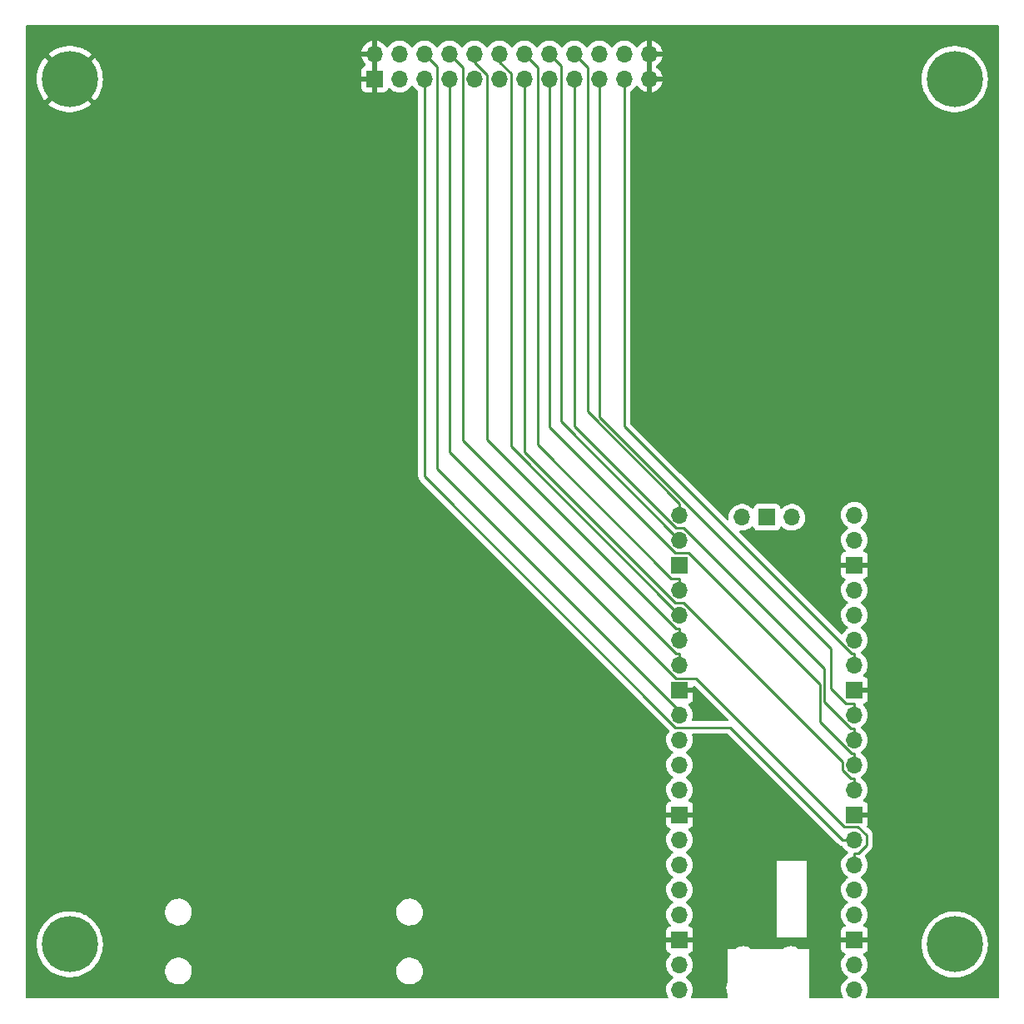
<source format=gbr>
%TF.GenerationSoftware,KiCad,Pcbnew,(6.0.7)*%
%TF.CreationDate,2022-08-05T22:04:18-07:00*%
%TF.ProjectId,d70-buddy-main-board,6437302d-6275-4646-9479-2d6d61696e2d,rev?*%
%TF.SameCoordinates,Original*%
%TF.FileFunction,Copper,L2,Bot*%
%TF.FilePolarity,Positive*%
%FSLAX46Y46*%
G04 Gerber Fmt 4.6, Leading zero omitted, Abs format (unit mm)*
G04 Created by KiCad (PCBNEW (6.0.7)) date 2022-08-05 22:04:18*
%MOMM*%
%LPD*%
G01*
G04 APERTURE LIST*
%TA.AperFunction,ComponentPad*%
%ADD10C,5.700000*%
%TD*%
%TA.AperFunction,ComponentPad*%
%ADD11R,1.700000X1.700000*%
%TD*%
%TA.AperFunction,ComponentPad*%
%ADD12O,1.700000X1.700000*%
%TD*%
%TA.AperFunction,ViaPad*%
%ADD13C,0.800000*%
%TD*%
%TA.AperFunction,Conductor*%
%ADD14C,0.250000*%
%TD*%
G04 APERTURE END LIST*
D10*
%TO.P,H1,1,1*%
%TO.N,GND*%
X69500000Y-50490000D03*
%TD*%
%TO.P,H2,1,1*%
%TO.N,unconnected-(H2-Pad1)*%
X159500000Y-50510000D03*
%TD*%
%TO.P,H4,1,1*%
%TO.N,unconnected-(H4-Pad1)*%
X159500000Y-138510000D03*
%TD*%
%TO.P,H3,1,1*%
%TO.N,unconnected-(H3-Pad1)*%
X69500000Y-138490000D03*
%TD*%
D11*
%TO.P,J3,1,Pin_1*%
%TO.N,GND*%
X100500000Y-50500000D03*
D12*
%TO.P,J3,2,Pin_2*%
X100500000Y-47960000D03*
%TO.P,J3,3,Pin_3*%
%TO.N,+3V3*%
X103040000Y-50500000D03*
%TO.P,J3,4,Pin_4*%
%TO.N,unconnected-(J3-Pad4)*%
X103040000Y-47960000D03*
%TO.P,J3,5,Pin_5*%
%TO.N,/SCL1*%
X105580000Y-50500000D03*
%TO.P,J3,6,Pin_6*%
%TO.N,/LED_4*%
X105580000Y-47960000D03*
%TO.P,J3,7,Pin_7*%
%TO.N,/SDA1*%
X108120000Y-50500000D03*
%TO.P,J3,8,Pin_8*%
%TO.N,/LED_3*%
X108120000Y-47960000D03*
%TO.P,J3,9,Pin_9*%
%TO.N,/LED_2*%
X110660000Y-50500000D03*
%TO.P,J3,10,Pin_10*%
%TO.N,/BTN_4*%
X110660000Y-47960000D03*
%TO.P,J3,11,Pin_11*%
%TO.N,/LED_1*%
X113200000Y-50500000D03*
%TO.P,J3,12,Pin_12*%
%TO.N,/BTN_3*%
X113200000Y-47960000D03*
%TO.P,J3,13,Pin_13*%
%TO.N,/BTN_2*%
X115740000Y-50500000D03*
%TO.P,J3,14,Pin_14*%
%TO.N,/BTN_5*%
X115740000Y-47960000D03*
%TO.P,J3,15,Pin_15*%
%TO.N,/BTN_1*%
X118280000Y-50500000D03*
%TO.P,J3,16,Pin_16*%
%TO.N,/BTN_6*%
X118280000Y-47960000D03*
%TO.P,J3,17,Pin_17*%
%TO.N,/LED_5*%
X120820000Y-50500000D03*
%TO.P,J3,18,Pin_18*%
%TO.N,/BTN_7*%
X120820000Y-47960000D03*
%TO.P,J3,19,Pin_19*%
%TO.N,/LED_6*%
X123360000Y-50500000D03*
%TO.P,J3,20,Pin_20*%
%TO.N,/SCL2*%
X123360000Y-47960000D03*
%TO.P,J3,21,Pin_21*%
%TO.N,/LED_7*%
X125900000Y-50500000D03*
%TO.P,J3,22,Pin_22*%
%TO.N,/SDA2*%
X125900000Y-47960000D03*
%TO.P,J3,23,Pin_23*%
%TO.N,GND*%
X128440000Y-50500000D03*
%TO.P,J3,24,Pin_24*%
X128440000Y-47960000D03*
%TD*%
%TO.P,U2,1,GPIO0*%
%TO.N,/Tx*%
X149290000Y-143100000D03*
%TO.P,U2,2,GPIO1*%
%TO.N,/Rx*%
X149290000Y-140560000D03*
D11*
%TO.P,U2,3,GND*%
%TO.N,GND*%
X149290000Y-138020000D03*
D12*
%TO.P,U2,4,GPIO2*%
%TO.N,/LED_2*%
X149290000Y-135480000D03*
%TO.P,U2,5,GPIO3*%
%TO.N,/LED_1*%
X149290000Y-132940000D03*
%TO.P,U2,6,GPIO4*%
%TO.N,/SDA1*%
X149290000Y-130400000D03*
%TO.P,U2,7,GPIO5*%
%TO.N,/SCL1*%
X149290000Y-127860000D03*
D11*
%TO.P,U2,8,GND*%
%TO.N,GND*%
X149290000Y-125320000D03*
D12*
%TO.P,U2,9,GPIO6*%
%TO.N,/BTN_2*%
X149290000Y-122780000D03*
%TO.P,U2,10,GPIO7*%
%TO.N,/BTN_1*%
X149290000Y-120240000D03*
%TO.P,U2,11,GPIO8*%
%TO.N,/LED_5*%
X149290000Y-117700000D03*
%TO.P,U2,12,GPIO9*%
%TO.N,/LED_6*%
X149290000Y-115160000D03*
D11*
%TO.P,U2,13,GND*%
%TO.N,GND*%
X149290000Y-112620000D03*
D12*
%TO.P,U2,14,GPIO10*%
%TO.N,/LED_7*%
X149290000Y-110080000D03*
%TO.P,U2,15,GPIO11*%
%TO.N,unconnected-(U2-Pad15)*%
X149290000Y-107540000D03*
%TO.P,U2,16,GPIO12*%
%TO.N,unconnected-(U2-Pad16)*%
X149290000Y-105000000D03*
%TO.P,U2,17,GPIO13*%
%TO.N,unconnected-(U2-Pad17)*%
X149290000Y-102460000D03*
D11*
%TO.P,U2,18,GND*%
%TO.N,GND*%
X149290000Y-99920000D03*
D12*
%TO.P,U2,19,GPIO14*%
%TO.N,unconnected-(U2-Pad19)*%
X149290000Y-97380000D03*
%TO.P,U2,20,GPIO15*%
%TO.N,unconnected-(U2-Pad20)*%
X149290000Y-94840000D03*
%TO.P,U2,21,GPIO16*%
%TO.N,/BTN_7*%
X131510000Y-94840000D03*
%TO.P,U2,22,GPIO17*%
%TO.N,/BTN_6*%
X131510000Y-97380000D03*
D11*
%TO.P,U2,23,GND*%
%TO.N,GND*%
X131510000Y-99920000D03*
D12*
%TO.P,U2,24,GPIO18*%
%TO.N,/BTN_5*%
X131510000Y-102460000D03*
%TO.P,U2,25,GPIO19*%
%TO.N,/BTN_3*%
X131510000Y-105000000D03*
%TO.P,U2,26,GPIO20*%
%TO.N,/BTN_4*%
X131510000Y-107540000D03*
%TO.P,U2,27,GPIO21*%
%TO.N,/LED_3*%
X131510000Y-110080000D03*
D11*
%TO.P,U2,28,GND*%
%TO.N,GND*%
X131510000Y-112620000D03*
D12*
%TO.P,U2,29,GPIO22*%
%TO.N,/LED_4*%
X131510000Y-115160000D03*
%TO.P,U2,30,RUN*%
%TO.N,unconnected-(U2-Pad30)*%
X131510000Y-117700000D03*
%TO.P,U2,31,GPIO26_ADC0*%
%TO.N,/SDA2*%
X131510000Y-120240000D03*
%TO.P,U2,32,GPIO27_ADC1*%
%TO.N,/SCL2*%
X131510000Y-122780000D03*
D11*
%TO.P,U2,33,AGND*%
%TO.N,GND*%
X131510000Y-125320000D03*
D12*
%TO.P,U2,34,GPIO28_ADC2*%
%TO.N,unconnected-(U2-Pad34)*%
X131510000Y-127860000D03*
%TO.P,U2,35,ADC_VREF*%
%TO.N,unconnected-(U2-Pad35)*%
X131510000Y-130400000D03*
%TO.P,U2,36,3V3*%
%TO.N,+3V3*%
X131510000Y-132940000D03*
%TO.P,U2,37,3V3_EN*%
%TO.N,unconnected-(U2-Pad37)*%
X131510000Y-135480000D03*
D11*
%TO.P,U2,38,GND*%
%TO.N,GND*%
X131510000Y-138020000D03*
D12*
%TO.P,U2,39,VSYS*%
%TO.N,unconnected-(U2-Pad39)*%
X131510000Y-140560000D03*
%TO.P,U2,40,VBUS*%
%TO.N,unconnected-(U2-Pad40)*%
X131510000Y-143100000D03*
%TO.P,U2,41,SWCLK*%
%TO.N,unconnected-(U2-Pad41)*%
X142940000Y-95070000D03*
D11*
%TO.P,U2,42,GND*%
%TO.N,unconnected-(U2-Pad42)*%
X140400000Y-95070000D03*
D12*
%TO.P,U2,43,SWDIO*%
%TO.N,unconnected-(U2-Pad43)*%
X137860000Y-95070000D03*
%TD*%
D13*
%TO.N,GND*%
X87000000Y-142000000D03*
X109900000Y-114020000D03*
X127030000Y-137800000D03*
%TD*%
D14*
%TO.N,/BTN_6*%
X119455100Y-85325100D02*
X131510000Y-97380000D01*
X119455100Y-49135100D02*
X119455100Y-85325100D01*
X118280000Y-47960000D02*
X119455100Y-49135100D01*
%TO.N,/LED_4*%
X106850000Y-49230000D02*
X105580000Y-47960000D01*
X131510000Y-114792800D02*
X106850000Y-90132800D01*
X131510000Y-115160000D02*
X131510000Y-114792800D01*
X106850000Y-90132800D02*
X106850000Y-49230000D01*
%TO.N,/BTN_7*%
X122144500Y-49284500D02*
X120820000Y-47960000D01*
X122144500Y-84299400D02*
X122144500Y-49284500D01*
X131510000Y-94840000D02*
X131510000Y-93664900D01*
X131510000Y-93664900D02*
X122144500Y-84299400D01*
%TO.N,/LED_3*%
X109481600Y-87241800D02*
X109481600Y-49321600D01*
X109481600Y-49321600D02*
X108120000Y-47960000D01*
X131144700Y-108904900D02*
X109481600Y-87241800D01*
X131510000Y-108904900D02*
X131144700Y-108904900D01*
X131510000Y-110080000D02*
X131510000Y-108904900D01*
%TO.N,/BTN_4*%
X110660000Y-48769900D02*
X110660000Y-47960000D01*
X111930000Y-50039900D02*
X110660000Y-48769900D01*
X131142800Y-106364900D02*
X111930000Y-87152100D01*
X111930000Y-87152100D02*
X111930000Y-50039900D01*
X131510000Y-107540000D02*
X131510000Y-106364900D01*
X131510000Y-106364900D02*
X131142800Y-106364900D01*
%TO.N,/BTN_3*%
X114375100Y-49942900D02*
X114375100Y-87865100D01*
X113200000Y-48767800D02*
X114375100Y-49942900D01*
X113200000Y-47960000D02*
X113200000Y-48767800D01*
X114375100Y-87865100D02*
X131510000Y-105000000D01*
%TO.N,/BTN_5*%
X117101600Y-49321600D02*
X115740000Y-47960000D01*
X117101600Y-87707600D02*
X117101600Y-49321600D01*
X131510000Y-101284900D02*
X130678900Y-101284900D01*
X131510000Y-102460000D02*
X131510000Y-101284900D01*
X130678900Y-101284900D02*
X117101600Y-87707600D01*
%TO.N,/LED_7*%
X149290000Y-110080000D02*
X149290000Y-108904900D01*
X125900000Y-50500000D02*
X125900000Y-51675100D01*
X148982800Y-108904900D02*
X149290000Y-108904900D01*
X125900000Y-85822100D02*
X148982800Y-108904900D01*
X125900000Y-51675100D02*
X125900000Y-85822100D01*
%TO.N,/LED_6*%
X123360000Y-84878200D02*
X123360000Y-50500000D01*
X146912200Y-108430400D02*
X123360000Y-84878200D01*
X146912200Y-112452100D02*
X146912200Y-108430400D01*
X148445000Y-113984900D02*
X146912200Y-112452100D01*
X149290000Y-113984900D02*
X148445000Y-113984900D01*
X149290000Y-115160000D02*
X149290000Y-113984900D01*
%TO.N,/LED_5*%
X149290000Y-117700000D02*
X149290000Y-116524900D01*
X148922800Y-116524900D02*
X149290000Y-116524900D01*
X146237000Y-113839100D02*
X148922800Y-116524900D01*
X146237000Y-110427800D02*
X146237000Y-113839100D01*
X131919200Y-96110000D02*
X146237000Y-110427800D01*
X131110000Y-96110000D02*
X131919200Y-96110000D01*
X120820000Y-85820000D02*
X131110000Y-96110000D01*
X120820000Y-50500000D02*
X120820000Y-85820000D01*
%TO.N,/BTN_1*%
X149290000Y-120240000D02*
X149290000Y-119064900D01*
X148976300Y-119064900D02*
X149290000Y-119064900D01*
X145786900Y-115875500D02*
X148976300Y-119064900D01*
X145786900Y-112037200D02*
X145786900Y-115875500D01*
X132430000Y-98680300D02*
X145786900Y-112037200D01*
X131107600Y-98680300D02*
X132430000Y-98680300D01*
X118280000Y-85852700D02*
X131107600Y-98680300D01*
X118280000Y-50500000D02*
X118280000Y-85852700D01*
%TO.N,/BTN_2*%
X115740000Y-88392000D02*
X115740000Y-50500000D01*
X131078000Y-103730000D02*
X115740000Y-88392000D01*
X131912800Y-103730000D02*
X131078000Y-103730000D01*
X148114900Y-119932100D02*
X131912800Y-103730000D01*
X148114900Y-120797100D02*
X148114900Y-119932100D01*
X148922700Y-121604900D02*
X148114900Y-120797100D01*
X149290000Y-121604900D02*
X148922700Y-121604900D01*
X149290000Y-122780000D02*
X149290000Y-121604900D01*
%TO.N,/SDA1*%
X108120000Y-88400200D02*
X108120000Y-50500000D01*
X131164600Y-111444800D02*
X108120000Y-88400200D01*
X133199900Y-111444800D02*
X131164600Y-111444800D01*
X148250300Y-126495200D02*
X133199900Y-111444800D01*
X149623300Y-126495200D02*
X148250300Y-126495200D01*
X150502400Y-127374300D02*
X149623300Y-126495200D01*
X150502400Y-128379700D02*
X150502400Y-127374300D01*
X149657200Y-129224900D02*
X150502400Y-128379700D01*
X149290000Y-129224900D02*
X149657200Y-129224900D01*
X149290000Y-130400000D02*
X149290000Y-129224900D01*
%TO.N,/SCL1*%
X105580000Y-90909000D02*
X105580000Y-50500000D01*
X131101000Y-116430000D02*
X105580000Y-90909000D01*
X136684900Y-116430000D02*
X131101000Y-116430000D01*
X148114900Y-127860000D02*
X136684900Y-116430000D01*
X149290000Y-127860000D02*
X148114900Y-127860000D01*
%TD*%
%TA.AperFunction,Conductor*%
%TO.N,GND*%
G36*
X163933621Y-45028502D02*
G01*
X163980114Y-45082158D01*
X163991500Y-45134500D01*
X163991500Y-143865500D01*
X163971498Y-143933621D01*
X163917842Y-143980114D01*
X163865500Y-143991500D01*
X150566846Y-143991500D01*
X150498725Y-143971498D01*
X150452232Y-143917842D01*
X150442128Y-143847568D01*
X150458187Y-143802447D01*
X150458453Y-143802077D01*
X150557430Y-143601811D01*
X150622370Y-143388069D01*
X150651529Y-143166590D01*
X150653156Y-143100000D01*
X150634852Y-142877361D01*
X150580431Y-142660702D01*
X150491354Y-142455840D01*
X150418637Y-142343436D01*
X150372822Y-142272617D01*
X150372820Y-142272614D01*
X150370014Y-142268277D01*
X150219670Y-142103051D01*
X150215619Y-142099852D01*
X150215615Y-142099848D01*
X150048414Y-141967800D01*
X150048410Y-141967798D01*
X150044359Y-141964598D01*
X150003053Y-141941796D01*
X149953084Y-141891364D01*
X149938312Y-141821921D01*
X149963428Y-141755516D01*
X149990780Y-141728909D01*
X150034603Y-141697650D01*
X150169860Y-141601173D01*
X150328096Y-141443489D01*
X150387594Y-141360689D01*
X150455435Y-141266277D01*
X150458453Y-141262077D01*
X150513299Y-141151105D01*
X150555136Y-141066453D01*
X150555137Y-141066451D01*
X150557430Y-141061811D01*
X150622370Y-140848069D01*
X150651529Y-140626590D01*
X150651965Y-140608744D01*
X150653074Y-140563365D01*
X150653074Y-140563361D01*
X150653156Y-140560000D01*
X150634852Y-140337361D01*
X150580431Y-140120702D01*
X150491354Y-139915840D01*
X150370014Y-139728277D01*
X150366540Y-139724459D01*
X150366533Y-139724450D01*
X150222435Y-139566088D01*
X150191383Y-139502242D01*
X150199779Y-139431744D01*
X150244956Y-139376976D01*
X150271400Y-139363307D01*
X150378052Y-139323325D01*
X150393649Y-139314786D01*
X150495724Y-139238285D01*
X150508285Y-139225724D01*
X150584786Y-139123649D01*
X150593324Y-139108054D01*
X150638478Y-138987606D01*
X150642105Y-138972351D01*
X150647631Y-138921486D01*
X150648000Y-138914672D01*
X150648000Y-138498259D01*
X156136587Y-138498259D01*
X156136759Y-138501654D01*
X156136759Y-138501655D01*
X156153807Y-138838179D01*
X156154992Y-138861574D01*
X156155529Y-138864929D01*
X156155530Y-138864935D01*
X156174900Y-138985865D01*
X156212527Y-139220777D01*
X156308519Y-139571664D01*
X156320370Y-139601749D01*
X156418777Y-139851570D01*
X156441845Y-139910133D01*
X156443428Y-139913148D01*
X156609362Y-140229206D01*
X156609367Y-140229214D01*
X156610946Y-140232222D01*
X156612840Y-140235040D01*
X156612845Y-140235049D01*
X156728179Y-140406683D01*
X156813843Y-140534165D01*
X157048163Y-140812428D01*
X157152494Y-140912129D01*
X157308702Y-141061405D01*
X157308709Y-141061411D01*
X157311165Y-141063758D01*
X157599771Y-141285214D01*
X157602689Y-141286988D01*
X157907692Y-141472433D01*
X157907697Y-141472436D01*
X157910607Y-141474205D01*
X157913695Y-141475651D01*
X157913694Y-141475651D01*
X158236952Y-141627077D01*
X158236962Y-141627081D01*
X158240036Y-141628521D01*
X158243254Y-141629623D01*
X158243257Y-141629624D01*
X158580981Y-141745253D01*
X158580989Y-141745255D01*
X158584204Y-141746356D01*
X158939084Y-141826332D01*
X158992123Y-141832375D01*
X159297144Y-141867128D01*
X159297152Y-141867128D01*
X159300527Y-141867513D01*
X159303931Y-141867531D01*
X159303934Y-141867531D01*
X159502058Y-141868568D01*
X159664303Y-141869418D01*
X159667689Y-141869068D01*
X159667691Y-141869068D01*
X160022765Y-141832375D01*
X160022774Y-141832374D01*
X160026157Y-141832024D01*
X160029490Y-141831310D01*
X160029493Y-141831309D01*
X160225267Y-141789338D01*
X160381856Y-141755768D01*
X160727239Y-141641544D01*
X160730323Y-141640138D01*
X160730332Y-141640135D01*
X161055171Y-141492096D01*
X161058265Y-141490686D01*
X161251153Y-141376158D01*
X161368128Y-141306704D01*
X161368132Y-141306701D01*
X161371063Y-141304961D01*
X161661973Y-141086539D01*
X161916807Y-140848069D01*
X161925100Y-140840309D01*
X161927592Y-140837977D01*
X162164813Y-140562182D01*
X162274455Y-140402653D01*
X162368931Y-140265190D01*
X162368936Y-140265182D01*
X162370861Y-140262381D01*
X162372473Y-140259387D01*
X162372478Y-140259379D01*
X162541703Y-139945092D01*
X162543325Y-139942080D01*
X162680188Y-139605027D01*
X162684988Y-139588179D01*
X162731585Y-139424598D01*
X162779850Y-139255164D01*
X162782088Y-139242069D01*
X162840571Y-138899930D01*
X162840571Y-138899928D01*
X162841143Y-138896583D01*
X162842367Y-138876583D01*
X162863241Y-138535278D01*
X162863351Y-138533481D01*
X162863433Y-138510000D01*
X162843760Y-138146751D01*
X162784972Y-137787752D01*
X162687756Y-137437202D01*
X162683331Y-137426081D01*
X162554508Y-137102365D01*
X162553249Y-137099201D01*
X162456435Y-136916351D01*
X162384624Y-136780723D01*
X162384620Y-136780716D01*
X162383025Y-136777704D01*
X162381118Y-136774888D01*
X162381113Y-136774879D01*
X162180985Y-136479292D01*
X162179075Y-136476471D01*
X161943785Y-136199027D01*
X161679908Y-135948617D01*
X161390530Y-135728170D01*
X161387618Y-135726413D01*
X161387613Y-135726410D01*
X161081951Y-135542023D01*
X161081945Y-135542020D01*
X161079036Y-135540265D01*
X160749071Y-135387100D01*
X160404494Y-135270467D01*
X160397404Y-135268895D01*
X160310946Y-135249728D01*
X160049336Y-135191731D01*
X159920217Y-135177476D01*
X159691133Y-135152184D01*
X159691128Y-135152184D01*
X159687752Y-135151811D01*
X159684353Y-135151805D01*
X159684352Y-135151805D01*
X159512762Y-135151506D01*
X159323972Y-135151176D01*
X159188831Y-135165618D01*
X158965634Y-135189471D01*
X158965628Y-135189472D01*
X158962250Y-135189833D01*
X158606820Y-135267330D01*
X158261838Y-135382759D01*
X157931340Y-135534771D01*
X157619192Y-135721588D01*
X157329046Y-135941023D01*
X157064296Y-136190511D01*
X156828040Y-136467132D01*
X156826112Y-136469959D01*
X156826110Y-136469961D01*
X156807431Y-136497343D01*
X156623040Y-136767651D01*
X156587844Y-136833567D01*
X156454998Y-137082365D01*
X156451694Y-137088552D01*
X156450419Y-137091724D01*
X156450417Y-137091728D01*
X156318255Y-137420495D01*
X156316009Y-137426081D01*
X156315090Y-137429349D01*
X156315088Y-137429356D01*
X156218490Y-137773012D01*
X156217569Y-137776290D01*
X156157528Y-138135082D01*
X156136587Y-138498259D01*
X150648000Y-138498259D01*
X150648000Y-138292115D01*
X150643525Y-138276876D01*
X150642135Y-138275671D01*
X150634452Y-138274000D01*
X147950116Y-138274000D01*
X147934877Y-138278475D01*
X147933672Y-138279865D01*
X147932001Y-138287548D01*
X147932001Y-138914669D01*
X147932371Y-138921490D01*
X147937895Y-138972352D01*
X147941521Y-138987604D01*
X147986676Y-139108054D01*
X147995214Y-139123649D01*
X148071715Y-139225724D01*
X148084276Y-139238285D01*
X148186351Y-139314786D01*
X148201946Y-139323324D01*
X148310827Y-139364142D01*
X148367591Y-139406784D01*
X148392291Y-139473345D01*
X148377083Y-139542694D01*
X148357691Y-139569175D01*
X148320418Y-139608179D01*
X148230629Y-139702138D01*
X148104743Y-139886680D01*
X148089781Y-139918914D01*
X148042082Y-140021673D01*
X148010688Y-140089305D01*
X147950989Y-140304570D01*
X147927251Y-140526695D01*
X147927548Y-140531848D01*
X147927548Y-140531851D01*
X147933011Y-140626590D01*
X147940110Y-140749715D01*
X147941247Y-140754761D01*
X147941248Y-140754767D01*
X147961119Y-140842939D01*
X147989222Y-140967639D01*
X148027296Y-141061405D01*
X148061555Y-141145774D01*
X148073266Y-141174616D01*
X148075965Y-141179020D01*
X148137546Y-141279511D01*
X148189987Y-141365088D01*
X148336250Y-141533938D01*
X148508126Y-141676632D01*
X148578595Y-141717811D01*
X148581445Y-141719476D01*
X148630169Y-141771114D01*
X148643240Y-141840897D01*
X148616509Y-141906669D01*
X148576055Y-141940027D01*
X148563607Y-141946507D01*
X148559474Y-141949610D01*
X148559471Y-141949612D01*
X148389100Y-142077530D01*
X148384965Y-142080635D01*
X148230629Y-142242138D01*
X148104743Y-142426680D01*
X148059329Y-142524516D01*
X148038913Y-142568500D01*
X148010688Y-142629305D01*
X147950989Y-142844570D01*
X147927251Y-143066695D01*
X147927548Y-143071848D01*
X147927548Y-143071851D01*
X147933011Y-143166590D01*
X147940110Y-143289715D01*
X147941247Y-143294761D01*
X147941248Y-143294767D01*
X147961119Y-143382939D01*
X147989222Y-143507639D01*
X148073266Y-143714616D01*
X148075965Y-143719020D01*
X148125384Y-143799665D01*
X148143922Y-143868199D01*
X148122466Y-143935875D01*
X148067826Y-143981208D01*
X148017951Y-143991500D01*
X144826000Y-143991500D01*
X144757879Y-143971498D01*
X144711386Y-143917842D01*
X144700000Y-143865500D01*
X144700000Y-138980000D01*
X143687833Y-138980000D01*
X143615562Y-138957213D01*
X143554803Y-138914669D01*
X143456654Y-138845944D01*
X143257076Y-138752880D01*
X143044371Y-138695885D01*
X142825000Y-138676693D01*
X142605629Y-138695885D01*
X142392924Y-138752880D01*
X142299562Y-138796415D01*
X142198334Y-138843618D01*
X142198329Y-138843621D01*
X142193347Y-138845944D01*
X142188840Y-138849100D01*
X142188838Y-138849101D01*
X142034438Y-138957213D01*
X141962167Y-138980000D01*
X138837833Y-138980000D01*
X138765562Y-138957213D01*
X138704803Y-138914669D01*
X138606654Y-138845944D01*
X138407076Y-138752880D01*
X138194371Y-138695885D01*
X137975000Y-138676693D01*
X137755629Y-138695885D01*
X137542924Y-138752880D01*
X137449562Y-138796415D01*
X137348334Y-138843618D01*
X137348329Y-138843621D01*
X137343347Y-138845944D01*
X137338840Y-138849100D01*
X137338838Y-138849101D01*
X137184438Y-138957213D01*
X137112167Y-138980000D01*
X136400000Y-138980000D01*
X136400000Y-142343436D01*
X136388289Y-142396484D01*
X136348602Y-142481981D01*
X136286707Y-142705169D01*
X136262095Y-142935469D01*
X136275427Y-143166697D01*
X136276564Y-143171743D01*
X136276565Y-143171749D01*
X136301986Y-143284547D01*
X136326346Y-143392642D01*
X136328288Y-143397424D01*
X136328289Y-143397428D01*
X136390743Y-143551233D01*
X136400000Y-143598637D01*
X136400000Y-143865500D01*
X136379998Y-143933621D01*
X136326342Y-143980114D01*
X136274000Y-143991500D01*
X132786846Y-143991500D01*
X132718725Y-143971498D01*
X132672232Y-143917842D01*
X132662128Y-143847568D01*
X132678187Y-143802447D01*
X132678453Y-143802077D01*
X132777430Y-143601811D01*
X132842370Y-143388069D01*
X132871529Y-143166590D01*
X132873156Y-143100000D01*
X132854852Y-142877361D01*
X132800431Y-142660702D01*
X132711354Y-142455840D01*
X132638637Y-142343436D01*
X132592822Y-142272617D01*
X132592820Y-142272614D01*
X132590014Y-142268277D01*
X132439670Y-142103051D01*
X132435619Y-142099852D01*
X132435615Y-142099848D01*
X132268414Y-141967800D01*
X132268410Y-141967798D01*
X132264359Y-141964598D01*
X132223053Y-141941796D01*
X132173084Y-141891364D01*
X132158312Y-141821921D01*
X132183428Y-141755516D01*
X132210780Y-141728909D01*
X132254603Y-141697650D01*
X132389860Y-141601173D01*
X132548096Y-141443489D01*
X132607594Y-141360689D01*
X132675435Y-141266277D01*
X132678453Y-141262077D01*
X132733299Y-141151105D01*
X132775136Y-141066453D01*
X132775137Y-141066451D01*
X132777430Y-141061811D01*
X132842370Y-140848069D01*
X132871529Y-140626590D01*
X132871965Y-140608744D01*
X132873074Y-140563365D01*
X132873074Y-140563361D01*
X132873156Y-140560000D01*
X132854852Y-140337361D01*
X132800431Y-140120702D01*
X132711354Y-139915840D01*
X132590014Y-139728277D01*
X132586540Y-139724459D01*
X132586533Y-139724450D01*
X132442435Y-139566088D01*
X132411383Y-139502242D01*
X132419779Y-139431744D01*
X132464956Y-139376976D01*
X132491400Y-139363307D01*
X132598052Y-139323325D01*
X132613649Y-139314786D01*
X132715724Y-139238285D01*
X132728285Y-139225724D01*
X132804786Y-139123649D01*
X132813324Y-139108054D01*
X132858478Y-138987606D01*
X132862105Y-138972351D01*
X132867631Y-138921486D01*
X132868000Y-138914672D01*
X132868000Y-138292115D01*
X132863525Y-138276876D01*
X132862135Y-138275671D01*
X132854452Y-138274000D01*
X130170116Y-138274000D01*
X130154877Y-138278475D01*
X130153672Y-138279865D01*
X130152001Y-138287548D01*
X130152001Y-138914669D01*
X130152371Y-138921490D01*
X130157895Y-138972352D01*
X130161521Y-138987604D01*
X130206676Y-139108054D01*
X130215214Y-139123649D01*
X130291715Y-139225724D01*
X130304276Y-139238285D01*
X130406351Y-139314786D01*
X130421946Y-139323324D01*
X130530827Y-139364142D01*
X130587591Y-139406784D01*
X130612291Y-139473345D01*
X130597083Y-139542694D01*
X130577691Y-139569175D01*
X130540418Y-139608179D01*
X130450629Y-139702138D01*
X130324743Y-139886680D01*
X130309781Y-139918914D01*
X130262082Y-140021673D01*
X130230688Y-140089305D01*
X130170989Y-140304570D01*
X130147251Y-140526695D01*
X130147548Y-140531848D01*
X130147548Y-140531851D01*
X130153011Y-140626590D01*
X130160110Y-140749715D01*
X130161247Y-140754761D01*
X130161248Y-140754767D01*
X130181119Y-140842939D01*
X130209222Y-140967639D01*
X130247296Y-141061405D01*
X130281555Y-141145774D01*
X130293266Y-141174616D01*
X130295965Y-141179020D01*
X130357546Y-141279511D01*
X130409987Y-141365088D01*
X130556250Y-141533938D01*
X130728126Y-141676632D01*
X130798595Y-141717811D01*
X130801445Y-141719476D01*
X130850169Y-141771114D01*
X130863240Y-141840897D01*
X130836509Y-141906669D01*
X130796055Y-141940027D01*
X130783607Y-141946507D01*
X130779474Y-141949610D01*
X130779471Y-141949612D01*
X130609100Y-142077530D01*
X130604965Y-142080635D01*
X130450629Y-142242138D01*
X130324743Y-142426680D01*
X130279329Y-142524516D01*
X130258913Y-142568500D01*
X130230688Y-142629305D01*
X130170989Y-142844570D01*
X130147251Y-143066695D01*
X130147548Y-143071848D01*
X130147548Y-143071851D01*
X130153011Y-143166590D01*
X130160110Y-143289715D01*
X130161247Y-143294761D01*
X130161248Y-143294767D01*
X130181119Y-143382939D01*
X130209222Y-143507639D01*
X130293266Y-143714616D01*
X130295965Y-143719020D01*
X130345384Y-143799665D01*
X130363922Y-143868199D01*
X130342466Y-143935875D01*
X130287826Y-143981208D01*
X130237951Y-143991500D01*
X65134500Y-143991500D01*
X65066379Y-143971498D01*
X65019886Y-143917842D01*
X65008500Y-143865500D01*
X65008500Y-138478259D01*
X66136587Y-138478259D01*
X66154992Y-138841574D01*
X66155529Y-138844929D01*
X66155530Y-138844935D01*
X66179334Y-138993548D01*
X66212527Y-139200777D01*
X66308519Y-139551664D01*
X66441845Y-139890133D01*
X66443428Y-139893148D01*
X66609362Y-140209206D01*
X66609367Y-140209214D01*
X66610946Y-140212222D01*
X66612840Y-140215040D01*
X66612845Y-140215049D01*
X66738910Y-140402653D01*
X66813843Y-140514165D01*
X67048163Y-140792428D01*
X67098268Y-140840309D01*
X67308702Y-141041405D01*
X67308709Y-141041411D01*
X67311165Y-141043758D01*
X67599771Y-141265214D01*
X67668010Y-141306704D01*
X67907692Y-141452433D01*
X67907697Y-141452436D01*
X67910607Y-141454205D01*
X67913695Y-141455651D01*
X67913694Y-141455651D01*
X68236952Y-141607077D01*
X68236962Y-141607081D01*
X68240036Y-141608521D01*
X68243254Y-141609623D01*
X68243257Y-141609624D01*
X68580981Y-141725253D01*
X68580989Y-141725255D01*
X68584204Y-141726356D01*
X68939084Y-141806332D01*
X68992123Y-141812375D01*
X69297144Y-141847128D01*
X69297152Y-141847128D01*
X69300527Y-141847513D01*
X69303931Y-141847531D01*
X69303934Y-141847531D01*
X69502058Y-141848568D01*
X69664303Y-141849418D01*
X69667689Y-141849068D01*
X69667691Y-141849068D01*
X70022765Y-141812375D01*
X70022774Y-141812374D01*
X70026157Y-141812024D01*
X70029490Y-141811310D01*
X70029493Y-141811309D01*
X70216983Y-141771114D01*
X70381856Y-141735768D01*
X70727239Y-141621544D01*
X70730323Y-141620138D01*
X70730332Y-141620135D01*
X71055171Y-141472096D01*
X71058265Y-141470686D01*
X71226448Y-141370827D01*
X71368128Y-141286704D01*
X71368132Y-141286701D01*
X71371063Y-141284961D01*
X71556442Y-141145774D01*
X79188102Y-141145774D01*
X79196751Y-141376158D01*
X79244093Y-141601791D01*
X79246051Y-141606750D01*
X79246052Y-141606752D01*
X79324871Y-141806332D01*
X79328776Y-141816221D01*
X79331543Y-141820780D01*
X79331544Y-141820783D01*
X79406386Y-141944118D01*
X79448377Y-142013317D01*
X79451874Y-142017347D01*
X79538438Y-142117103D01*
X79599477Y-142187445D01*
X79603608Y-142190832D01*
X79773627Y-142330240D01*
X79773633Y-142330244D01*
X79777755Y-142333624D01*
X79782391Y-142336263D01*
X79782394Y-142336265D01*
X79891422Y-142398327D01*
X79978114Y-142447675D01*
X80194825Y-142526337D01*
X80200074Y-142527286D01*
X80200077Y-142527287D01*
X80417608Y-142566623D01*
X80417615Y-142566624D01*
X80421692Y-142567361D01*
X80439414Y-142568197D01*
X80444356Y-142568430D01*
X80444363Y-142568430D01*
X80445844Y-142568500D01*
X80607890Y-142568500D01*
X80674809Y-142562822D01*
X80774409Y-142554371D01*
X80774413Y-142554370D01*
X80779720Y-142553920D01*
X80784875Y-142552582D01*
X80784881Y-142552581D01*
X80997703Y-142497343D01*
X80997707Y-142497342D01*
X81002872Y-142496001D01*
X81007738Y-142493809D01*
X81007741Y-142493808D01*
X81208202Y-142403507D01*
X81213075Y-142401312D01*
X81404319Y-142272559D01*
X81436209Y-142242138D01*
X81567278Y-142117103D01*
X81571135Y-142113424D01*
X81708754Y-141928458D01*
X81738772Y-141869418D01*
X81765818Y-141816221D01*
X81813240Y-141722949D01*
X81826812Y-141679242D01*
X81880024Y-141507871D01*
X81881607Y-141502773D01*
X81886090Y-141468951D01*
X81911198Y-141279511D01*
X81911198Y-141279506D01*
X81911898Y-141274226D01*
X81907076Y-141145774D01*
X102688102Y-141145774D01*
X102696751Y-141376158D01*
X102744093Y-141601791D01*
X102746051Y-141606750D01*
X102746052Y-141606752D01*
X102824871Y-141806332D01*
X102828776Y-141816221D01*
X102831543Y-141820780D01*
X102831544Y-141820783D01*
X102906386Y-141944118D01*
X102948377Y-142013317D01*
X102951874Y-142017347D01*
X103038438Y-142117103D01*
X103099477Y-142187445D01*
X103103608Y-142190832D01*
X103273627Y-142330240D01*
X103273633Y-142330244D01*
X103277755Y-142333624D01*
X103282391Y-142336263D01*
X103282394Y-142336265D01*
X103391422Y-142398327D01*
X103478114Y-142447675D01*
X103694825Y-142526337D01*
X103700074Y-142527286D01*
X103700077Y-142527287D01*
X103917608Y-142566623D01*
X103917615Y-142566624D01*
X103921692Y-142567361D01*
X103939414Y-142568197D01*
X103944356Y-142568430D01*
X103944363Y-142568430D01*
X103945844Y-142568500D01*
X104107890Y-142568500D01*
X104174809Y-142562822D01*
X104274409Y-142554371D01*
X104274413Y-142554370D01*
X104279720Y-142553920D01*
X104284875Y-142552582D01*
X104284881Y-142552581D01*
X104497703Y-142497343D01*
X104497707Y-142497342D01*
X104502872Y-142496001D01*
X104507738Y-142493809D01*
X104507741Y-142493808D01*
X104708202Y-142403507D01*
X104713075Y-142401312D01*
X104904319Y-142272559D01*
X104936209Y-142242138D01*
X105067278Y-142117103D01*
X105071135Y-142113424D01*
X105208754Y-141928458D01*
X105238772Y-141869418D01*
X105265818Y-141816221D01*
X105313240Y-141722949D01*
X105326812Y-141679242D01*
X105380024Y-141507871D01*
X105381607Y-141502773D01*
X105386090Y-141468951D01*
X105411198Y-141279511D01*
X105411198Y-141279506D01*
X105411898Y-141274226D01*
X105403249Y-141043842D01*
X105355907Y-140818209D01*
X105344697Y-140789823D01*
X105273185Y-140608744D01*
X105273184Y-140608742D01*
X105271224Y-140603779D01*
X105221334Y-140521562D01*
X105154390Y-140411243D01*
X105151623Y-140406683D01*
X105091469Y-140337361D01*
X105004023Y-140236588D01*
X105004021Y-140236586D01*
X105000523Y-140232555D01*
X104958970Y-140198484D01*
X104826373Y-140089760D01*
X104826367Y-140089756D01*
X104822245Y-140086376D01*
X104817609Y-140083737D01*
X104817606Y-140083735D01*
X104626529Y-139974968D01*
X104621886Y-139972325D01*
X104405175Y-139893663D01*
X104399926Y-139892714D01*
X104399923Y-139892713D01*
X104182392Y-139853377D01*
X104182385Y-139853376D01*
X104178308Y-139852639D01*
X104160586Y-139851803D01*
X104155644Y-139851570D01*
X104155637Y-139851570D01*
X104154156Y-139851500D01*
X103992110Y-139851500D01*
X103925191Y-139857178D01*
X103825591Y-139865629D01*
X103825587Y-139865630D01*
X103820280Y-139866080D01*
X103815125Y-139867418D01*
X103815119Y-139867419D01*
X103602297Y-139922657D01*
X103602293Y-139922658D01*
X103597128Y-139923999D01*
X103592262Y-139926191D01*
X103592259Y-139926192D01*
X103483980Y-139974968D01*
X103386925Y-140018688D01*
X103195681Y-140147441D01*
X103028865Y-140306576D01*
X102891246Y-140491542D01*
X102888830Y-140496293D01*
X102888828Y-140496297D01*
X102839003Y-140594296D01*
X102786760Y-140697051D01*
X102785178Y-140702145D01*
X102785177Y-140702148D01*
X102743805Y-140835387D01*
X102718393Y-140917227D01*
X102717692Y-140922516D01*
X102695953Y-141086539D01*
X102688102Y-141145774D01*
X81907076Y-141145774D01*
X81903249Y-141043842D01*
X81855907Y-140818209D01*
X81844697Y-140789823D01*
X81773185Y-140608744D01*
X81773184Y-140608742D01*
X81771224Y-140603779D01*
X81721334Y-140521562D01*
X81654390Y-140411243D01*
X81651623Y-140406683D01*
X81591469Y-140337361D01*
X81504023Y-140236588D01*
X81504021Y-140236586D01*
X81500523Y-140232555D01*
X81458970Y-140198484D01*
X81326373Y-140089760D01*
X81326367Y-140089756D01*
X81322245Y-140086376D01*
X81317609Y-140083737D01*
X81317606Y-140083735D01*
X81126529Y-139974968D01*
X81121886Y-139972325D01*
X80905175Y-139893663D01*
X80899926Y-139892714D01*
X80899923Y-139892713D01*
X80682392Y-139853377D01*
X80682385Y-139853376D01*
X80678308Y-139852639D01*
X80660586Y-139851803D01*
X80655644Y-139851570D01*
X80655637Y-139851570D01*
X80654156Y-139851500D01*
X80492110Y-139851500D01*
X80425191Y-139857178D01*
X80325591Y-139865629D01*
X80325587Y-139865630D01*
X80320280Y-139866080D01*
X80315125Y-139867418D01*
X80315119Y-139867419D01*
X80102297Y-139922657D01*
X80102293Y-139922658D01*
X80097128Y-139923999D01*
X80092262Y-139926191D01*
X80092259Y-139926192D01*
X79983980Y-139974968D01*
X79886925Y-140018688D01*
X79695681Y-140147441D01*
X79528865Y-140306576D01*
X79391246Y-140491542D01*
X79388830Y-140496293D01*
X79388828Y-140496297D01*
X79339003Y-140594296D01*
X79286760Y-140697051D01*
X79285178Y-140702145D01*
X79285177Y-140702148D01*
X79243805Y-140835387D01*
X79218393Y-140917227D01*
X79217692Y-140922516D01*
X79195953Y-141086539D01*
X79188102Y-141145774D01*
X71556442Y-141145774D01*
X71661973Y-141066539D01*
X71927592Y-140817977D01*
X72164813Y-140542182D01*
X72305583Y-140337361D01*
X72368931Y-140245190D01*
X72368936Y-140245182D01*
X72370861Y-140242381D01*
X72372473Y-140239387D01*
X72372478Y-140239379D01*
X72541703Y-139925092D01*
X72543325Y-139922080D01*
X72680188Y-139585027D01*
X72779850Y-139235164D01*
X72786303Y-139197411D01*
X72840571Y-138879930D01*
X72840571Y-138879928D01*
X72841143Y-138876583D01*
X72841856Y-138864935D01*
X72863241Y-138515278D01*
X72863351Y-138513481D01*
X72863433Y-138490000D01*
X72843760Y-138126751D01*
X72786978Y-137780000D01*
X141400000Y-137780000D01*
X144430000Y-137780000D01*
X144430000Y-129980000D01*
X141400000Y-129980000D01*
X141400000Y-137780000D01*
X72786978Y-137780000D01*
X72784972Y-137767752D01*
X72687756Y-137417202D01*
X72683331Y-137406081D01*
X72554508Y-137082365D01*
X72553249Y-137079201D01*
X72522690Y-137021485D01*
X72384624Y-136760723D01*
X72384620Y-136760716D01*
X72383025Y-136757704D01*
X72381118Y-136754888D01*
X72381113Y-136754879D01*
X72180985Y-136459292D01*
X72179075Y-136456471D01*
X71943785Y-136179027D01*
X71730742Y-135976857D01*
X71682375Y-135930958D01*
X71682374Y-135930957D01*
X71679908Y-135928617D01*
X71416172Y-135727704D01*
X71393237Y-135710232D01*
X71393235Y-135710230D01*
X71390530Y-135708170D01*
X71387618Y-135706413D01*
X71387613Y-135706410D01*
X71081951Y-135522023D01*
X71081945Y-135522020D01*
X71079036Y-135520265D01*
X70785871Y-135384182D01*
X70752167Y-135368537D01*
X70752165Y-135368536D01*
X70749071Y-135367100D01*
X70404494Y-135250467D01*
X70395234Y-135248414D01*
X70287679Y-135224570D01*
X70049336Y-135171731D01*
X69872285Y-135152184D01*
X69814226Y-135145774D01*
X79188102Y-135145774D01*
X79196751Y-135376158D01*
X79244093Y-135601791D01*
X79246051Y-135606750D01*
X79246052Y-135606752D01*
X79286919Y-135710232D01*
X79328776Y-135816221D01*
X79331543Y-135820780D01*
X79331544Y-135820783D01*
X79393998Y-135923703D01*
X79448377Y-136013317D01*
X79451874Y-136017347D01*
X79587031Y-136173102D01*
X79599477Y-136187445D01*
X79603608Y-136190832D01*
X79773627Y-136330240D01*
X79773633Y-136330244D01*
X79777755Y-136333624D01*
X79782391Y-136336263D01*
X79782394Y-136336265D01*
X79822847Y-136359292D01*
X79978114Y-136447675D01*
X80194825Y-136526337D01*
X80200074Y-136527286D01*
X80200077Y-136527287D01*
X80417608Y-136566623D01*
X80417615Y-136566624D01*
X80421692Y-136567361D01*
X80439414Y-136568197D01*
X80444356Y-136568430D01*
X80444363Y-136568430D01*
X80445844Y-136568500D01*
X80607890Y-136568500D01*
X80674809Y-136562822D01*
X80774409Y-136554371D01*
X80774413Y-136554370D01*
X80779720Y-136553920D01*
X80784875Y-136552582D01*
X80784881Y-136552581D01*
X80997703Y-136497343D01*
X80997707Y-136497342D01*
X81002872Y-136496001D01*
X81007738Y-136493809D01*
X81007741Y-136493808D01*
X81208202Y-136403507D01*
X81213075Y-136401312D01*
X81404319Y-136272559D01*
X81571135Y-136113424D01*
X81708754Y-135928458D01*
X81712535Y-135921023D01*
X81809537Y-135730232D01*
X81813240Y-135722949D01*
X81819235Y-135703644D01*
X81880024Y-135507871D01*
X81881607Y-135502773D01*
X81888356Y-135451851D01*
X81911198Y-135279511D01*
X81911198Y-135279506D01*
X81911898Y-135274226D01*
X81911077Y-135252342D01*
X81907075Y-135145774D01*
X102688102Y-135145774D01*
X102696751Y-135376158D01*
X102744093Y-135601791D01*
X102746051Y-135606750D01*
X102746052Y-135606752D01*
X102786919Y-135710232D01*
X102828776Y-135816221D01*
X102831543Y-135820780D01*
X102831544Y-135820783D01*
X102893998Y-135923703D01*
X102948377Y-136013317D01*
X102951874Y-136017347D01*
X103087031Y-136173102D01*
X103099477Y-136187445D01*
X103103608Y-136190832D01*
X103273627Y-136330240D01*
X103273633Y-136330244D01*
X103277755Y-136333624D01*
X103282391Y-136336263D01*
X103282394Y-136336265D01*
X103322847Y-136359292D01*
X103478114Y-136447675D01*
X103694825Y-136526337D01*
X103700074Y-136527286D01*
X103700077Y-136527287D01*
X103917608Y-136566623D01*
X103917615Y-136566624D01*
X103921692Y-136567361D01*
X103939414Y-136568197D01*
X103944356Y-136568430D01*
X103944363Y-136568430D01*
X103945844Y-136568500D01*
X104107890Y-136568500D01*
X104174809Y-136562822D01*
X104274409Y-136554371D01*
X104274413Y-136554370D01*
X104279720Y-136553920D01*
X104284875Y-136552582D01*
X104284881Y-136552581D01*
X104497703Y-136497343D01*
X104497707Y-136497342D01*
X104502872Y-136496001D01*
X104507738Y-136493809D01*
X104507741Y-136493808D01*
X104708202Y-136403507D01*
X104713075Y-136401312D01*
X104904319Y-136272559D01*
X105071135Y-136113424D01*
X105208754Y-135928458D01*
X105212535Y-135921023D01*
X105309537Y-135730232D01*
X105313240Y-135722949D01*
X105319235Y-135703644D01*
X105380024Y-135507871D01*
X105381607Y-135502773D01*
X105388356Y-135451851D01*
X105389039Y-135446695D01*
X130147251Y-135446695D01*
X130147548Y-135451848D01*
X130147548Y-135451851D01*
X130153011Y-135546590D01*
X130160110Y-135669715D01*
X130161247Y-135674761D01*
X130161248Y-135674767D01*
X130173748Y-135730232D01*
X130209222Y-135887639D01*
X130293266Y-136094616D01*
X130295965Y-136099020D01*
X130400054Y-136268878D01*
X130409987Y-136285088D01*
X130556250Y-136453938D01*
X130560225Y-136457238D01*
X130560231Y-136457244D01*
X130565425Y-136461556D01*
X130605059Y-136520460D01*
X130606555Y-136591441D01*
X130569439Y-136651962D01*
X130529168Y-136676480D01*
X130421946Y-136716676D01*
X130406351Y-136725214D01*
X130304276Y-136801715D01*
X130291715Y-136814276D01*
X130215214Y-136916351D01*
X130206676Y-136931946D01*
X130161522Y-137052394D01*
X130157895Y-137067649D01*
X130152369Y-137118514D01*
X130152000Y-137125328D01*
X130152000Y-137747885D01*
X130156475Y-137763124D01*
X130157865Y-137764329D01*
X130165548Y-137766000D01*
X132849884Y-137766000D01*
X132865123Y-137761525D01*
X132866328Y-137760135D01*
X132867999Y-137752452D01*
X132867999Y-137125331D01*
X132867629Y-137118510D01*
X132862105Y-137067648D01*
X132858479Y-137052396D01*
X132813324Y-136931946D01*
X132804786Y-136916351D01*
X132728285Y-136814276D01*
X132715724Y-136801715D01*
X132613649Y-136725214D01*
X132598054Y-136716676D01*
X132487813Y-136675348D01*
X132431049Y-136632706D01*
X132406349Y-136566145D01*
X132421557Y-136496796D01*
X132443104Y-136468115D01*
X132544430Y-136367144D01*
X132544440Y-136367132D01*
X132548096Y-136363489D01*
X132607594Y-136280689D01*
X132675435Y-136186277D01*
X132678453Y-136182077D01*
X132681118Y-136176686D01*
X132775136Y-135986453D01*
X132775137Y-135986451D01*
X132777430Y-135981811D01*
X132842370Y-135768069D01*
X132871529Y-135546590D01*
X132872264Y-135516528D01*
X132873074Y-135483365D01*
X132873074Y-135483361D01*
X132873156Y-135480000D01*
X132854852Y-135257361D01*
X132800431Y-135040702D01*
X132711354Y-134835840D01*
X132624865Y-134702148D01*
X132592822Y-134652617D01*
X132592820Y-134652614D01*
X132590014Y-134648277D01*
X132439670Y-134483051D01*
X132435619Y-134479852D01*
X132435615Y-134479848D01*
X132268414Y-134347800D01*
X132268410Y-134347798D01*
X132264359Y-134344598D01*
X132223053Y-134321796D01*
X132173084Y-134271364D01*
X132158312Y-134201921D01*
X132183428Y-134135516D01*
X132210780Y-134108909D01*
X132254603Y-134077650D01*
X132389860Y-133981173D01*
X132400568Y-133970503D01*
X132518844Y-133852639D01*
X132548096Y-133823489D01*
X132607594Y-133740689D01*
X132675435Y-133646277D01*
X132678453Y-133642077D01*
X132777430Y-133441811D01*
X132842370Y-133228069D01*
X132871529Y-133006590D01*
X132873156Y-132940000D01*
X132854852Y-132717361D01*
X132800431Y-132500702D01*
X132711354Y-132295840D01*
X132590014Y-132108277D01*
X132439670Y-131943051D01*
X132435619Y-131939852D01*
X132435615Y-131939848D01*
X132268414Y-131807800D01*
X132268410Y-131807798D01*
X132264359Y-131804598D01*
X132223053Y-131781796D01*
X132173084Y-131731364D01*
X132158312Y-131661921D01*
X132183428Y-131595516D01*
X132210780Y-131568909D01*
X132254603Y-131537650D01*
X132389860Y-131441173D01*
X132548096Y-131283489D01*
X132607594Y-131200689D01*
X132675435Y-131106277D01*
X132678453Y-131102077D01*
X132777430Y-130901811D01*
X132842370Y-130688069D01*
X132871529Y-130466590D01*
X132873156Y-130400000D01*
X132854852Y-130177361D01*
X132800431Y-129960702D01*
X132711354Y-129755840D01*
X132590014Y-129568277D01*
X132439670Y-129403051D01*
X132435619Y-129399852D01*
X132435615Y-129399848D01*
X132268414Y-129267800D01*
X132268410Y-129267798D01*
X132264359Y-129264598D01*
X132223053Y-129241796D01*
X132173084Y-129191364D01*
X132158312Y-129121921D01*
X132183428Y-129055516D01*
X132210780Y-129028909D01*
X132254603Y-128997650D01*
X132389860Y-128901173D01*
X132407739Y-128883357D01*
X132530723Y-128760801D01*
X132548096Y-128743489D01*
X132581168Y-128697465D01*
X132675435Y-128566277D01*
X132678453Y-128562077D01*
X132713321Y-128491528D01*
X132775136Y-128366453D01*
X132775137Y-128366451D01*
X132777430Y-128361811D01*
X132842370Y-128148069D01*
X132871529Y-127926590D01*
X132873156Y-127860000D01*
X132854852Y-127637361D01*
X132800431Y-127420702D01*
X132711354Y-127215840D01*
X132645394Y-127113882D01*
X132592822Y-127032617D01*
X132592820Y-127032614D01*
X132590014Y-127028277D01*
X132586540Y-127024459D01*
X132586533Y-127024450D01*
X132442435Y-126866088D01*
X132411383Y-126802242D01*
X132419779Y-126731744D01*
X132464956Y-126676976D01*
X132491400Y-126663307D01*
X132598052Y-126623325D01*
X132613649Y-126614786D01*
X132715724Y-126538285D01*
X132728285Y-126525724D01*
X132804786Y-126423649D01*
X132813324Y-126408054D01*
X132858478Y-126287606D01*
X132862105Y-126272351D01*
X132867631Y-126221486D01*
X132868000Y-126214672D01*
X132868000Y-125592115D01*
X132863525Y-125576876D01*
X132862135Y-125575671D01*
X132854452Y-125574000D01*
X130170116Y-125574000D01*
X130154877Y-125578475D01*
X130153672Y-125579865D01*
X130152001Y-125587548D01*
X130152001Y-126214669D01*
X130152371Y-126221490D01*
X130157895Y-126272352D01*
X130161521Y-126287604D01*
X130206676Y-126408054D01*
X130215214Y-126423649D01*
X130291715Y-126525724D01*
X130304276Y-126538285D01*
X130406351Y-126614786D01*
X130421946Y-126623324D01*
X130530827Y-126664142D01*
X130587591Y-126706784D01*
X130612291Y-126773345D01*
X130597083Y-126842694D01*
X130577691Y-126869175D01*
X130497029Y-126953583D01*
X130450629Y-127002138D01*
X130324743Y-127186680D01*
X130297469Y-127245437D01*
X130243198Y-127362355D01*
X130230688Y-127389305D01*
X130170989Y-127604570D01*
X130147251Y-127826695D01*
X130147548Y-127831848D01*
X130147548Y-127831851D01*
X130153011Y-127926590D01*
X130160110Y-128049715D01*
X130161247Y-128054761D01*
X130161248Y-128054767D01*
X130181119Y-128142939D01*
X130209222Y-128267639D01*
X130262869Y-128399757D01*
X130286817Y-128458733D01*
X130293266Y-128474616D01*
X130303630Y-128491528D01*
X130407291Y-128660688D01*
X130409987Y-128665088D01*
X130556250Y-128833938D01*
X130728126Y-128976632D01*
X130798595Y-129017811D01*
X130801445Y-129019476D01*
X130850169Y-129071114D01*
X130863240Y-129140897D01*
X130836509Y-129206669D01*
X130796055Y-129240027D01*
X130783607Y-129246507D01*
X130779474Y-129249610D01*
X130779471Y-129249612D01*
X130755247Y-129267800D01*
X130604965Y-129380635D01*
X130450629Y-129542138D01*
X130324743Y-129726680D01*
X130230688Y-129929305D01*
X130170989Y-130144570D01*
X130147251Y-130366695D01*
X130147548Y-130371848D01*
X130147548Y-130371851D01*
X130153011Y-130466590D01*
X130160110Y-130589715D01*
X130161247Y-130594761D01*
X130161248Y-130594767D01*
X130181119Y-130682939D01*
X130209222Y-130807639D01*
X130293266Y-131014616D01*
X130409987Y-131205088D01*
X130556250Y-131373938D01*
X130728126Y-131516632D01*
X130798595Y-131557811D01*
X130801445Y-131559476D01*
X130850169Y-131611114D01*
X130863240Y-131680897D01*
X130836509Y-131746669D01*
X130796055Y-131780027D01*
X130783607Y-131786507D01*
X130779474Y-131789610D01*
X130779471Y-131789612D01*
X130755247Y-131807800D01*
X130604965Y-131920635D01*
X130450629Y-132082138D01*
X130324743Y-132266680D01*
X130230688Y-132469305D01*
X130170989Y-132684570D01*
X130147251Y-132906695D01*
X130147548Y-132911848D01*
X130147548Y-132911851D01*
X130153011Y-133006590D01*
X130160110Y-133129715D01*
X130161247Y-133134761D01*
X130161248Y-133134767D01*
X130181119Y-133222939D01*
X130209222Y-133347639D01*
X130293266Y-133554616D01*
X130409987Y-133745088D01*
X130556250Y-133913938D01*
X130728126Y-134056632D01*
X130779027Y-134086376D01*
X130801445Y-134099476D01*
X130850169Y-134151114D01*
X130863240Y-134220897D01*
X130836509Y-134286669D01*
X130796055Y-134320027D01*
X130783607Y-134326507D01*
X130779474Y-134329610D01*
X130779471Y-134329612D01*
X130676822Y-134406683D01*
X130604965Y-134460635D01*
X130601393Y-134464373D01*
X130463429Y-134608744D01*
X130450629Y-134622138D01*
X130324743Y-134806680D01*
X130230688Y-135009305D01*
X130170989Y-135224570D01*
X130147251Y-135446695D01*
X105389039Y-135446695D01*
X105411198Y-135279511D01*
X105411198Y-135279506D01*
X105411898Y-135274226D01*
X105411077Y-135252342D01*
X105406877Y-135140489D01*
X105403249Y-135043842D01*
X105396003Y-135009305D01*
X105357002Y-134823428D01*
X105355907Y-134818209D01*
X105280162Y-134626411D01*
X105273185Y-134608744D01*
X105273184Y-134608742D01*
X105271224Y-134603779D01*
X105151623Y-134406683D01*
X105097749Y-134344598D01*
X105004023Y-134236588D01*
X105004021Y-134236586D01*
X105000523Y-134232555D01*
X104958970Y-134198484D01*
X104826373Y-134089760D01*
X104826367Y-134089756D01*
X104822245Y-134086376D01*
X104817609Y-134083737D01*
X104817606Y-134083735D01*
X104626529Y-133974968D01*
X104621886Y-133972325D01*
X104405175Y-133893663D01*
X104399926Y-133892714D01*
X104399923Y-133892713D01*
X104182392Y-133853377D01*
X104182385Y-133853376D01*
X104178308Y-133852639D01*
X104160586Y-133851803D01*
X104155644Y-133851570D01*
X104155637Y-133851570D01*
X104154156Y-133851500D01*
X103992110Y-133851500D01*
X103925191Y-133857178D01*
X103825591Y-133865629D01*
X103825587Y-133865630D01*
X103820280Y-133866080D01*
X103815125Y-133867418D01*
X103815119Y-133867419D01*
X103602297Y-133922657D01*
X103602293Y-133922658D01*
X103597128Y-133923999D01*
X103592262Y-133926191D01*
X103592259Y-133926192D01*
X103483980Y-133974968D01*
X103386925Y-134018688D01*
X103195681Y-134147441D01*
X103028865Y-134306576D01*
X102891246Y-134491542D01*
X102786760Y-134697051D01*
X102785178Y-134702145D01*
X102785177Y-134702148D01*
X102742190Y-134840590D01*
X102718393Y-134917227D01*
X102717692Y-134922516D01*
X102689953Y-135131811D01*
X102688102Y-135145774D01*
X81907075Y-135145774D01*
X81906877Y-135140489D01*
X81903249Y-135043842D01*
X81896003Y-135009305D01*
X81857002Y-134823428D01*
X81855907Y-134818209D01*
X81780162Y-134626411D01*
X81773185Y-134608744D01*
X81773184Y-134608742D01*
X81771224Y-134603779D01*
X81651623Y-134406683D01*
X81597749Y-134344598D01*
X81504023Y-134236588D01*
X81504021Y-134236586D01*
X81500523Y-134232555D01*
X81458970Y-134198484D01*
X81326373Y-134089760D01*
X81326367Y-134089756D01*
X81322245Y-134086376D01*
X81317609Y-134083737D01*
X81317606Y-134083735D01*
X81126529Y-133974968D01*
X81121886Y-133972325D01*
X80905175Y-133893663D01*
X80899926Y-133892714D01*
X80899923Y-133892713D01*
X80682392Y-133853377D01*
X80682385Y-133853376D01*
X80678308Y-133852639D01*
X80660586Y-133851803D01*
X80655644Y-133851570D01*
X80655637Y-133851570D01*
X80654156Y-133851500D01*
X80492110Y-133851500D01*
X80425191Y-133857178D01*
X80325591Y-133865629D01*
X80325587Y-133865630D01*
X80320280Y-133866080D01*
X80315125Y-133867418D01*
X80315119Y-133867419D01*
X80102297Y-133922657D01*
X80102293Y-133922658D01*
X80097128Y-133923999D01*
X80092262Y-133926191D01*
X80092259Y-133926192D01*
X79983980Y-133974968D01*
X79886925Y-134018688D01*
X79695681Y-134147441D01*
X79528865Y-134306576D01*
X79391246Y-134491542D01*
X79286760Y-134697051D01*
X79285178Y-134702145D01*
X79285177Y-134702148D01*
X79242190Y-134840590D01*
X79218393Y-134917227D01*
X79217692Y-134922516D01*
X79189953Y-135131811D01*
X79188102Y-135145774D01*
X69814226Y-135145774D01*
X69691133Y-135132184D01*
X69691128Y-135132184D01*
X69687752Y-135131811D01*
X69684353Y-135131805D01*
X69684352Y-135131805D01*
X69512762Y-135131506D01*
X69323972Y-135131176D01*
X69188831Y-135145618D01*
X68965634Y-135169471D01*
X68965628Y-135169472D01*
X68962250Y-135169833D01*
X68606820Y-135247330D01*
X68261838Y-135362759D01*
X68258745Y-135364182D01*
X68258744Y-135364182D01*
X68090508Y-135441562D01*
X67931340Y-135514771D01*
X67619192Y-135701588D01*
X67329046Y-135921023D01*
X67064296Y-136170511D01*
X67062084Y-136173101D01*
X67062083Y-136173102D01*
X67041940Y-136196686D01*
X66828040Y-136447132D01*
X66826112Y-136449959D01*
X66826110Y-136449961D01*
X66793788Y-136497343D01*
X66623040Y-136747651D01*
X66577165Y-136833567D01*
X66460321Y-137052396D01*
X66451694Y-137068552D01*
X66450419Y-137071724D01*
X66450417Y-137071728D01*
X66431610Y-137118514D01*
X66316009Y-137406081D01*
X66315090Y-137409349D01*
X66315088Y-137409356D01*
X66218490Y-137753012D01*
X66217569Y-137756290D01*
X66157528Y-138115082D01*
X66136587Y-138478259D01*
X65008500Y-138478259D01*
X65008500Y-53041745D01*
X67313795Y-53041745D01*
X67313871Y-53042815D01*
X67317055Y-53047648D01*
X67597342Y-53262720D01*
X67602972Y-53266575D01*
X67907929Y-53451992D01*
X67913931Y-53455210D01*
X68237139Y-53606611D01*
X68243444Y-53609159D01*
X68581117Y-53724771D01*
X68587668Y-53726624D01*
X68935838Y-53805087D01*
X68942557Y-53806224D01*
X69297174Y-53846628D01*
X69303964Y-53847031D01*
X69660865Y-53848899D01*
X69667666Y-53848567D01*
X70022686Y-53811880D01*
X70029414Y-53810814D01*
X70378402Y-53735997D01*
X70384950Y-53734218D01*
X70723820Y-53622147D01*
X70730162Y-53619661D01*
X71054921Y-53471660D01*
X71060975Y-53468495D01*
X71367839Y-53286293D01*
X71373520Y-53282490D01*
X71658918Y-53068207D01*
X71664145Y-53063821D01*
X71676988Y-53051803D01*
X71685057Y-53038123D01*
X71685029Y-53037398D01*
X71679887Y-53029097D01*
X69512812Y-50862022D01*
X69498868Y-50854408D01*
X69497035Y-50854539D01*
X69490420Y-50858790D01*
X67321409Y-53027801D01*
X67313795Y-53041745D01*
X65008500Y-53041745D01*
X65008500Y-50481657D01*
X66137260Y-50481657D01*
X66155318Y-50838127D01*
X66156028Y-50844883D01*
X66212478Y-51197305D01*
X66213917Y-51203960D01*
X66308094Y-51548215D01*
X66310243Y-51554676D01*
X66441053Y-51886756D01*
X66443884Y-51892939D01*
X66609792Y-52208949D01*
X66613275Y-52214791D01*
X66812340Y-52511031D01*
X66816442Y-52516475D01*
X66940942Y-52664322D01*
X66953680Y-52672764D01*
X66964124Y-52666666D01*
X69127978Y-50502812D01*
X69134356Y-50491132D01*
X69864408Y-50491132D01*
X69864539Y-50492965D01*
X69868790Y-50499580D01*
X72034463Y-52665253D01*
X72048060Y-52672678D01*
X72057669Y-52665981D01*
X72162197Y-52544457D01*
X72166346Y-52539069D01*
X72368503Y-52244929D01*
X72372050Y-52239118D01*
X72541250Y-51924879D01*
X72544157Y-51918701D01*
X72678435Y-51588016D01*
X72680649Y-51581586D01*
X72733893Y-51394669D01*
X99142001Y-51394669D01*
X99142371Y-51401490D01*
X99147895Y-51452352D01*
X99151521Y-51467604D01*
X99196676Y-51588054D01*
X99205214Y-51603649D01*
X99281715Y-51705724D01*
X99294276Y-51718285D01*
X99396351Y-51794786D01*
X99411946Y-51803324D01*
X99532394Y-51848478D01*
X99547649Y-51852105D01*
X99598514Y-51857631D01*
X99605328Y-51858000D01*
X100227885Y-51858000D01*
X100243124Y-51853525D01*
X100244329Y-51852135D01*
X100246000Y-51844452D01*
X100246000Y-51839884D01*
X100754000Y-51839884D01*
X100758475Y-51855123D01*
X100759865Y-51856328D01*
X100767548Y-51857999D01*
X101394669Y-51857999D01*
X101401490Y-51857629D01*
X101452352Y-51852105D01*
X101467604Y-51848479D01*
X101588054Y-51803324D01*
X101603649Y-51794786D01*
X101705724Y-51718285D01*
X101718285Y-51705724D01*
X101794786Y-51603649D01*
X101803324Y-51588054D01*
X101844225Y-51478952D01*
X101886867Y-51422188D01*
X101953428Y-51397488D01*
X102022777Y-51412696D01*
X102057444Y-51440684D01*
X102082865Y-51470031D01*
X102082869Y-51470035D01*
X102086250Y-51473938D01*
X102258126Y-51616632D01*
X102451000Y-51729338D01*
X102659692Y-51809030D01*
X102664760Y-51810061D01*
X102664763Y-51810062D01*
X102743436Y-51826068D01*
X102878597Y-51853567D01*
X102883772Y-51853757D01*
X102883774Y-51853757D01*
X103096673Y-51861564D01*
X103096677Y-51861564D01*
X103101837Y-51861753D01*
X103106957Y-51861097D01*
X103106959Y-51861097D01*
X103318288Y-51834025D01*
X103318289Y-51834025D01*
X103323416Y-51833368D01*
X103328369Y-51831882D01*
X103532429Y-51770661D01*
X103532434Y-51770659D01*
X103537384Y-51769174D01*
X103737994Y-51670896D01*
X103919860Y-51541173D01*
X104078096Y-51383489D01*
X104208453Y-51202077D01*
X104209776Y-51203028D01*
X104256645Y-51159857D01*
X104326580Y-51147625D01*
X104392026Y-51175144D01*
X104419875Y-51206994D01*
X104479987Y-51305088D01*
X104626250Y-51473938D01*
X104798126Y-51616632D01*
X104802593Y-51619242D01*
X104884070Y-51666853D01*
X104932794Y-51718491D01*
X104946500Y-51775641D01*
X104946500Y-90830233D01*
X104945973Y-90841416D01*
X104944298Y-90848909D01*
X104944547Y-90856835D01*
X104944547Y-90856836D01*
X104946438Y-90916986D01*
X104946500Y-90920945D01*
X104946500Y-90948856D01*
X104946997Y-90952790D01*
X104946997Y-90952791D01*
X104947005Y-90952856D01*
X104947938Y-90964693D01*
X104949327Y-91008889D01*
X104954978Y-91028339D01*
X104958987Y-91047700D01*
X104961526Y-91067797D01*
X104964445Y-91075168D01*
X104964445Y-91075170D01*
X104977804Y-91108912D01*
X104981649Y-91120142D01*
X104993982Y-91162593D01*
X104998015Y-91169412D01*
X104998017Y-91169417D01*
X105004293Y-91180028D01*
X105012988Y-91197776D01*
X105020448Y-91216617D01*
X105025110Y-91223033D01*
X105025110Y-91223034D01*
X105046436Y-91252387D01*
X105052952Y-91262307D01*
X105075458Y-91300362D01*
X105089779Y-91314683D01*
X105102619Y-91329716D01*
X105114528Y-91346107D01*
X105120634Y-91351158D01*
X105148605Y-91374298D01*
X105157384Y-91382288D01*
X130445255Y-116670159D01*
X130479281Y-116732471D01*
X130474216Y-116803286D01*
X130454114Y-116838491D01*
X130450629Y-116842138D01*
X130324743Y-117026680D01*
X130230688Y-117229305D01*
X130170989Y-117444570D01*
X130147251Y-117666695D01*
X130147548Y-117671848D01*
X130147548Y-117671851D01*
X130153011Y-117766590D01*
X130160110Y-117889715D01*
X130161247Y-117894761D01*
X130161248Y-117894767D01*
X130181119Y-117982939D01*
X130209222Y-118107639D01*
X130293266Y-118314616D01*
X130409987Y-118505088D01*
X130556250Y-118673938D01*
X130728126Y-118816632D01*
X130798595Y-118857811D01*
X130801445Y-118859476D01*
X130850169Y-118911114D01*
X130863240Y-118980897D01*
X130836509Y-119046669D01*
X130796055Y-119080027D01*
X130783607Y-119086507D01*
X130779474Y-119089610D01*
X130779471Y-119089612D01*
X130755247Y-119107800D01*
X130604965Y-119220635D01*
X130450629Y-119382138D01*
X130324743Y-119566680D01*
X130230688Y-119769305D01*
X130170989Y-119984570D01*
X130147251Y-120206695D01*
X130147548Y-120211848D01*
X130147548Y-120211851D01*
X130153011Y-120306590D01*
X130160110Y-120429715D01*
X130161247Y-120434761D01*
X130161248Y-120434767D01*
X130181119Y-120522939D01*
X130209222Y-120647639D01*
X130245511Y-120737009D01*
X130290117Y-120846860D01*
X130293266Y-120854616D01*
X130409987Y-121045088D01*
X130556250Y-121213938D01*
X130728126Y-121356632D01*
X130798595Y-121397811D01*
X130801445Y-121399476D01*
X130850169Y-121451114D01*
X130863240Y-121520897D01*
X130836509Y-121586669D01*
X130796055Y-121620027D01*
X130783607Y-121626507D01*
X130779474Y-121629610D01*
X130779471Y-121629612D01*
X130755247Y-121647800D01*
X130604965Y-121760635D01*
X130450629Y-121922138D01*
X130324743Y-122106680D01*
X130230688Y-122309305D01*
X130170989Y-122524570D01*
X130147251Y-122746695D01*
X130147548Y-122751848D01*
X130147548Y-122751851D01*
X130153011Y-122846590D01*
X130160110Y-122969715D01*
X130161247Y-122974761D01*
X130161248Y-122974767D01*
X130181119Y-123062939D01*
X130209222Y-123187639D01*
X130293266Y-123394616D01*
X130409987Y-123585088D01*
X130556250Y-123753938D01*
X130560225Y-123757238D01*
X130560231Y-123757244D01*
X130565425Y-123761556D01*
X130605059Y-123820460D01*
X130606555Y-123891441D01*
X130569439Y-123951962D01*
X130529168Y-123976480D01*
X130421946Y-124016676D01*
X130406351Y-124025214D01*
X130304276Y-124101715D01*
X130291715Y-124114276D01*
X130215214Y-124216351D01*
X130206676Y-124231946D01*
X130161522Y-124352394D01*
X130157895Y-124367649D01*
X130152369Y-124418514D01*
X130152000Y-124425328D01*
X130152000Y-125047885D01*
X130156475Y-125063124D01*
X130157865Y-125064329D01*
X130165548Y-125066000D01*
X132849884Y-125066000D01*
X132865123Y-125061525D01*
X132866328Y-125060135D01*
X132867999Y-125052452D01*
X132867999Y-124425331D01*
X132867629Y-124418510D01*
X132862105Y-124367648D01*
X132858479Y-124352396D01*
X132813324Y-124231946D01*
X132804786Y-124216351D01*
X132728285Y-124114276D01*
X132715724Y-124101715D01*
X132613649Y-124025214D01*
X132598054Y-124016676D01*
X132487813Y-123975348D01*
X132431049Y-123932706D01*
X132406349Y-123866145D01*
X132421557Y-123796796D01*
X132443104Y-123768115D01*
X132544430Y-123667144D01*
X132544440Y-123667132D01*
X132548096Y-123663489D01*
X132607594Y-123580689D01*
X132675435Y-123486277D01*
X132678453Y-123482077D01*
X132777430Y-123281811D01*
X132842370Y-123068069D01*
X132871529Y-122846590D01*
X132873156Y-122780000D01*
X132854852Y-122557361D01*
X132800431Y-122340702D01*
X132711354Y-122135840D01*
X132590014Y-121948277D01*
X132439670Y-121783051D01*
X132435619Y-121779852D01*
X132435615Y-121779848D01*
X132268414Y-121647800D01*
X132268410Y-121647798D01*
X132264359Y-121644598D01*
X132223053Y-121621796D01*
X132173084Y-121571364D01*
X132158312Y-121501921D01*
X132183428Y-121435516D01*
X132210780Y-121408909D01*
X132254603Y-121377650D01*
X132389860Y-121281173D01*
X132404909Y-121266177D01*
X132544435Y-121127137D01*
X132548096Y-121123489D01*
X132595502Y-121057517D01*
X132675435Y-120946277D01*
X132678453Y-120942077D01*
X132681556Y-120935800D01*
X132775136Y-120746453D01*
X132775137Y-120746451D01*
X132777430Y-120741811D01*
X132842370Y-120528069D01*
X132871529Y-120306590D01*
X132871611Y-120303240D01*
X132873074Y-120243365D01*
X132873074Y-120243361D01*
X132873156Y-120240000D01*
X132854852Y-120017361D01*
X132800431Y-119800702D01*
X132711354Y-119595840D01*
X132590014Y-119408277D01*
X132439670Y-119243051D01*
X132435619Y-119239852D01*
X132435615Y-119239848D01*
X132268414Y-119107800D01*
X132268410Y-119107798D01*
X132264359Y-119104598D01*
X132223053Y-119081796D01*
X132173084Y-119031364D01*
X132158312Y-118961921D01*
X132183428Y-118895516D01*
X132210780Y-118868909D01*
X132254603Y-118837650D01*
X132389860Y-118741173D01*
X132548096Y-118583489D01*
X132607594Y-118500689D01*
X132675435Y-118406277D01*
X132678453Y-118402077D01*
X132777430Y-118201811D01*
X132842370Y-117988069D01*
X132871529Y-117766590D01*
X132873156Y-117700000D01*
X132854852Y-117477361D01*
X132811390Y-117304330D01*
X132801690Y-117265714D01*
X132801690Y-117265713D01*
X132800431Y-117260702D01*
X132791318Y-117239743D01*
X132782497Y-117169297D01*
X132813163Y-117105265D01*
X132873579Y-117067977D01*
X132906867Y-117063500D01*
X136370306Y-117063500D01*
X136438427Y-117083502D01*
X136459401Y-117100405D01*
X147611248Y-128252253D01*
X147618788Y-128260539D01*
X147622900Y-128267018D01*
X147628677Y-128272443D01*
X147672551Y-128313643D01*
X147675393Y-128316398D01*
X147695130Y-128336135D01*
X147698327Y-128338615D01*
X147707347Y-128346318D01*
X147739579Y-128376586D01*
X147746525Y-128380405D01*
X147746528Y-128380407D01*
X147757334Y-128386348D01*
X147773853Y-128397199D01*
X147789859Y-128409614D01*
X147797128Y-128412759D01*
X147797132Y-128412762D01*
X147830437Y-128427174D01*
X147841087Y-128432391D01*
X147879840Y-128453695D01*
X147887515Y-128455666D01*
X147887516Y-128455666D01*
X147899462Y-128458733D01*
X147918167Y-128465137D01*
X147936755Y-128473181D01*
X147944578Y-128474420D01*
X147944588Y-128474423D01*
X147980424Y-128480099D01*
X147992044Y-128482505D01*
X148027189Y-128491528D01*
X148029168Y-128492036D01*
X148034869Y-128493500D01*
X148034633Y-128494420D01*
X148093412Y-128520054D01*
X148119979Y-128550845D01*
X148189987Y-128665088D01*
X148336250Y-128833938D01*
X148508126Y-128976632D01*
X148512593Y-128979242D01*
X148581444Y-129019475D01*
X148630168Y-129071113D01*
X148643239Y-129140896D01*
X148616508Y-129206668D01*
X148576058Y-129240025D01*
X148572655Y-129241797D01*
X148563607Y-129246507D01*
X148384965Y-129380635D01*
X148230629Y-129542138D01*
X148104743Y-129726680D01*
X148010688Y-129929305D01*
X147950989Y-130144570D01*
X147927251Y-130366695D01*
X147927548Y-130371848D01*
X147927548Y-130371851D01*
X147933011Y-130466590D01*
X147940110Y-130589715D01*
X147941247Y-130594761D01*
X147941248Y-130594767D01*
X147961119Y-130682939D01*
X147989222Y-130807639D01*
X148073266Y-131014616D01*
X148189987Y-131205088D01*
X148336250Y-131373938D01*
X148508126Y-131516632D01*
X148578595Y-131557811D01*
X148581445Y-131559476D01*
X148630169Y-131611114D01*
X148643240Y-131680897D01*
X148616509Y-131746669D01*
X148576055Y-131780027D01*
X148563607Y-131786507D01*
X148559474Y-131789610D01*
X148559471Y-131789612D01*
X148535247Y-131807800D01*
X148384965Y-131920635D01*
X148230629Y-132082138D01*
X148104743Y-132266680D01*
X148010688Y-132469305D01*
X147950989Y-132684570D01*
X147927251Y-132906695D01*
X147927548Y-132911848D01*
X147927548Y-132911851D01*
X147933011Y-133006590D01*
X147940110Y-133129715D01*
X147941247Y-133134761D01*
X147941248Y-133134767D01*
X147961119Y-133222939D01*
X147989222Y-133347639D01*
X148073266Y-133554616D01*
X148189987Y-133745088D01*
X148336250Y-133913938D01*
X148508126Y-134056632D01*
X148559027Y-134086376D01*
X148581445Y-134099476D01*
X148630169Y-134151114D01*
X148643240Y-134220897D01*
X148616509Y-134286669D01*
X148576055Y-134320027D01*
X148563607Y-134326507D01*
X148559474Y-134329610D01*
X148559471Y-134329612D01*
X148456822Y-134406683D01*
X148384965Y-134460635D01*
X148381393Y-134464373D01*
X148243429Y-134608744D01*
X148230629Y-134622138D01*
X148104743Y-134806680D01*
X148010688Y-135009305D01*
X147950989Y-135224570D01*
X147927251Y-135446695D01*
X147927548Y-135451848D01*
X147927548Y-135451851D01*
X147933011Y-135546590D01*
X147940110Y-135669715D01*
X147941247Y-135674761D01*
X147941248Y-135674767D01*
X147953748Y-135730232D01*
X147989222Y-135887639D01*
X148073266Y-136094616D01*
X148075965Y-136099020D01*
X148180054Y-136268878D01*
X148189987Y-136285088D01*
X148336250Y-136453938D01*
X148340225Y-136457238D01*
X148340231Y-136457244D01*
X148345425Y-136461556D01*
X148385059Y-136520460D01*
X148386555Y-136591441D01*
X148349439Y-136651962D01*
X148309168Y-136676480D01*
X148201946Y-136716676D01*
X148186351Y-136725214D01*
X148084276Y-136801715D01*
X148071715Y-136814276D01*
X147995214Y-136916351D01*
X147986676Y-136931946D01*
X147941522Y-137052394D01*
X147937895Y-137067649D01*
X147932369Y-137118514D01*
X147932000Y-137125328D01*
X147932000Y-137747885D01*
X147936475Y-137763124D01*
X147937865Y-137764329D01*
X147945548Y-137766000D01*
X150629884Y-137766000D01*
X150645123Y-137761525D01*
X150646328Y-137760135D01*
X150647999Y-137752452D01*
X150647999Y-137125331D01*
X150647629Y-137118510D01*
X150642105Y-137067648D01*
X150638479Y-137052396D01*
X150593324Y-136931946D01*
X150584786Y-136916351D01*
X150508285Y-136814276D01*
X150495724Y-136801715D01*
X150393649Y-136725214D01*
X150378054Y-136716676D01*
X150267813Y-136675348D01*
X150211049Y-136632706D01*
X150186349Y-136566145D01*
X150201557Y-136496796D01*
X150223104Y-136468115D01*
X150324430Y-136367144D01*
X150324440Y-136367132D01*
X150328096Y-136363489D01*
X150387594Y-136280689D01*
X150455435Y-136186277D01*
X150458453Y-136182077D01*
X150461118Y-136176686D01*
X150555136Y-135986453D01*
X150555137Y-135986451D01*
X150557430Y-135981811D01*
X150622370Y-135768069D01*
X150651529Y-135546590D01*
X150652264Y-135516528D01*
X150653074Y-135483365D01*
X150653074Y-135483361D01*
X150653156Y-135480000D01*
X150634852Y-135257361D01*
X150580431Y-135040702D01*
X150491354Y-134835840D01*
X150404865Y-134702148D01*
X150372822Y-134652617D01*
X150372820Y-134652614D01*
X150370014Y-134648277D01*
X150219670Y-134483051D01*
X150215619Y-134479852D01*
X150215615Y-134479848D01*
X150048414Y-134347800D01*
X150048410Y-134347798D01*
X150044359Y-134344598D01*
X150003053Y-134321796D01*
X149953084Y-134271364D01*
X149938312Y-134201921D01*
X149963428Y-134135516D01*
X149990780Y-134108909D01*
X150034603Y-134077650D01*
X150169860Y-133981173D01*
X150180568Y-133970503D01*
X150298844Y-133852639D01*
X150328096Y-133823489D01*
X150387594Y-133740689D01*
X150455435Y-133646277D01*
X150458453Y-133642077D01*
X150557430Y-133441811D01*
X150622370Y-133228069D01*
X150651529Y-133006590D01*
X150653156Y-132940000D01*
X150634852Y-132717361D01*
X150580431Y-132500702D01*
X150491354Y-132295840D01*
X150370014Y-132108277D01*
X150219670Y-131943051D01*
X150215619Y-131939852D01*
X150215615Y-131939848D01*
X150048414Y-131807800D01*
X150048410Y-131807798D01*
X150044359Y-131804598D01*
X150003053Y-131781796D01*
X149953084Y-131731364D01*
X149938312Y-131661921D01*
X149963428Y-131595516D01*
X149990780Y-131568909D01*
X150034603Y-131537650D01*
X150169860Y-131441173D01*
X150328096Y-131283489D01*
X150387594Y-131200689D01*
X150455435Y-131106277D01*
X150458453Y-131102077D01*
X150557430Y-130901811D01*
X150622370Y-130688069D01*
X150651529Y-130466590D01*
X150653156Y-130400000D01*
X150634852Y-130177361D01*
X150580431Y-129960702D01*
X150491354Y-129755840D01*
X150370014Y-129568277D01*
X150367382Y-129565384D01*
X150341800Y-129499545D01*
X150355947Y-129429972D01*
X150378250Y-129399754D01*
X150894647Y-128883357D01*
X150902937Y-128875813D01*
X150909418Y-128871700D01*
X150956059Y-128822032D01*
X150958813Y-128819191D01*
X150978534Y-128799470D01*
X150981012Y-128796275D01*
X150988718Y-128787253D01*
X151013558Y-128760801D01*
X151018986Y-128755021D01*
X151028746Y-128737268D01*
X151039599Y-128720745D01*
X151047153Y-128711006D01*
X151052013Y-128704741D01*
X151069576Y-128664157D01*
X151074783Y-128653527D01*
X151096095Y-128614760D01*
X151098066Y-128607083D01*
X151098068Y-128607078D01*
X151101132Y-128595142D01*
X151107538Y-128576430D01*
X151112433Y-128565119D01*
X151115581Y-128557845D01*
X151116821Y-128550017D01*
X151116823Y-128550010D01*
X151122499Y-128514176D01*
X151124905Y-128502556D01*
X151133928Y-128467411D01*
X151133928Y-128467410D01*
X151135900Y-128459730D01*
X151135900Y-128439476D01*
X151137451Y-128419765D01*
X151139380Y-128407586D01*
X151140620Y-128399757D01*
X151136459Y-128355738D01*
X151135900Y-128343881D01*
X151135900Y-127453067D01*
X151136427Y-127441884D01*
X151138102Y-127434391D01*
X151137830Y-127425720D01*
X151135962Y-127366314D01*
X151135900Y-127362355D01*
X151135900Y-127334444D01*
X151135395Y-127330444D01*
X151134462Y-127318601D01*
X151133322Y-127282329D01*
X151133073Y-127274410D01*
X151127422Y-127254958D01*
X151123414Y-127235606D01*
X151121867Y-127223363D01*
X151120874Y-127215503D01*
X151117956Y-127208132D01*
X151104600Y-127174397D01*
X151100755Y-127163170D01*
X151100121Y-127160987D01*
X151088418Y-127120707D01*
X151078107Y-127103272D01*
X151069412Y-127085524D01*
X151061952Y-127066683D01*
X151035964Y-127030913D01*
X151029448Y-127020993D01*
X151010980Y-126989765D01*
X151010978Y-126989762D01*
X151006942Y-126982938D01*
X150992621Y-126968617D01*
X150979780Y-126953583D01*
X150972531Y-126943606D01*
X150967872Y-126937193D01*
X150961767Y-126932142D01*
X150961762Y-126932137D01*
X150933796Y-126909001D01*
X150925018Y-126901013D01*
X150603044Y-126579039D01*
X150569018Y-126516727D01*
X150574083Y-126445912D01*
X150581619Y-126429436D01*
X150593321Y-126408061D01*
X150638478Y-126287606D01*
X150642105Y-126272351D01*
X150647631Y-126221486D01*
X150648000Y-126214672D01*
X150648000Y-125592115D01*
X150643525Y-125576876D01*
X150642135Y-125575671D01*
X150634452Y-125574000D01*
X149162000Y-125574000D01*
X149093879Y-125553998D01*
X149047386Y-125500342D01*
X149036000Y-125448000D01*
X149036000Y-125192000D01*
X149056002Y-125123879D01*
X149109658Y-125077386D01*
X149162000Y-125066000D01*
X150629884Y-125066000D01*
X150645123Y-125061525D01*
X150646328Y-125060135D01*
X150647999Y-125052452D01*
X150647999Y-124425331D01*
X150647629Y-124418510D01*
X150642105Y-124367648D01*
X150638479Y-124352396D01*
X150593324Y-124231946D01*
X150584786Y-124216351D01*
X150508285Y-124114276D01*
X150495724Y-124101715D01*
X150393649Y-124025214D01*
X150378054Y-124016676D01*
X150267813Y-123975348D01*
X150211049Y-123932706D01*
X150186349Y-123866145D01*
X150201557Y-123796796D01*
X150223104Y-123768115D01*
X150324430Y-123667144D01*
X150324440Y-123667132D01*
X150328096Y-123663489D01*
X150387594Y-123580689D01*
X150455435Y-123486277D01*
X150458453Y-123482077D01*
X150557430Y-123281811D01*
X150622370Y-123068069D01*
X150651529Y-122846590D01*
X150653156Y-122780000D01*
X150634852Y-122557361D01*
X150580431Y-122340702D01*
X150491354Y-122135840D01*
X150370014Y-121948277D01*
X150219670Y-121783051D01*
X150215619Y-121779852D01*
X150215615Y-121779848D01*
X150048414Y-121647800D01*
X150048410Y-121647798D01*
X150044359Y-121644598D01*
X150003053Y-121621796D01*
X149953084Y-121571364D01*
X149938312Y-121501921D01*
X149963428Y-121435516D01*
X149990780Y-121408909D01*
X150034603Y-121377650D01*
X150169860Y-121281173D01*
X150184909Y-121266177D01*
X150324435Y-121127137D01*
X150328096Y-121123489D01*
X150375502Y-121057517D01*
X150455435Y-120946277D01*
X150458453Y-120942077D01*
X150461556Y-120935800D01*
X150555136Y-120746453D01*
X150555137Y-120746451D01*
X150557430Y-120741811D01*
X150622370Y-120528069D01*
X150651529Y-120306590D01*
X150651611Y-120303240D01*
X150653074Y-120243365D01*
X150653074Y-120243361D01*
X150653156Y-120240000D01*
X150634852Y-120017361D01*
X150580431Y-119800702D01*
X150491354Y-119595840D01*
X150370014Y-119408277D01*
X150219670Y-119243051D01*
X150215619Y-119239852D01*
X150215615Y-119239848D01*
X150048414Y-119107800D01*
X150048410Y-119107798D01*
X150044359Y-119104598D01*
X150003053Y-119081796D01*
X149953084Y-119031364D01*
X149938312Y-118961921D01*
X149963428Y-118895516D01*
X149990780Y-118868909D01*
X150034603Y-118837650D01*
X150169860Y-118741173D01*
X150328096Y-118583489D01*
X150387594Y-118500689D01*
X150455435Y-118406277D01*
X150458453Y-118402077D01*
X150557430Y-118201811D01*
X150622370Y-117988069D01*
X150651529Y-117766590D01*
X150653156Y-117700000D01*
X150634852Y-117477361D01*
X150580431Y-117260702D01*
X150491354Y-117055840D01*
X150370014Y-116868277D01*
X150219670Y-116703051D01*
X150215619Y-116699852D01*
X150215615Y-116699848D01*
X150048414Y-116567800D01*
X150048410Y-116567798D01*
X150044359Y-116564598D01*
X150003053Y-116541796D01*
X149953084Y-116491364D01*
X149938312Y-116421921D01*
X149963428Y-116355516D01*
X149990780Y-116328909D01*
X150034603Y-116297650D01*
X150169860Y-116201173D01*
X150328096Y-116043489D01*
X150458453Y-115862077D01*
X150486387Y-115805558D01*
X150555136Y-115666453D01*
X150555137Y-115666451D01*
X150557430Y-115661811D01*
X150622370Y-115448069D01*
X150651529Y-115226590D01*
X150653156Y-115160000D01*
X150634852Y-114937361D01*
X150580431Y-114720702D01*
X150491354Y-114515840D01*
X150411185Y-114391918D01*
X150372822Y-114332617D01*
X150372820Y-114332614D01*
X150370014Y-114328277D01*
X150366540Y-114324459D01*
X150366533Y-114324450D01*
X150222435Y-114166088D01*
X150191383Y-114102242D01*
X150199779Y-114031744D01*
X150244956Y-113976976D01*
X150271400Y-113963307D01*
X150378052Y-113923325D01*
X150393649Y-113914786D01*
X150495724Y-113838285D01*
X150508285Y-113825724D01*
X150584786Y-113723649D01*
X150593324Y-113708054D01*
X150638478Y-113587606D01*
X150642105Y-113572351D01*
X150647631Y-113521486D01*
X150648000Y-113514672D01*
X150648000Y-112892115D01*
X150643525Y-112876876D01*
X150642135Y-112875671D01*
X150634452Y-112874000D01*
X149162000Y-112874000D01*
X149093879Y-112853998D01*
X149047386Y-112800342D01*
X149036000Y-112748000D01*
X149036000Y-112492000D01*
X149056002Y-112423879D01*
X149109658Y-112377386D01*
X149162000Y-112366000D01*
X150629884Y-112366000D01*
X150645123Y-112361525D01*
X150646328Y-112360135D01*
X150647999Y-112352452D01*
X150647999Y-111725331D01*
X150647629Y-111718510D01*
X150642105Y-111667648D01*
X150638479Y-111652396D01*
X150593324Y-111531946D01*
X150584786Y-111516351D01*
X150508285Y-111414276D01*
X150495724Y-111401715D01*
X150393649Y-111325214D01*
X150378054Y-111316676D01*
X150267813Y-111275348D01*
X150211049Y-111232706D01*
X150186349Y-111166145D01*
X150201557Y-111096796D01*
X150223104Y-111068115D01*
X150324430Y-110967144D01*
X150324440Y-110967132D01*
X150328096Y-110963489D01*
X150377177Y-110895186D01*
X150455435Y-110786277D01*
X150458453Y-110782077D01*
X150515146Y-110667368D01*
X150555136Y-110586453D01*
X150555137Y-110586451D01*
X150557430Y-110581811D01*
X150622370Y-110368069D01*
X150651529Y-110146590D01*
X150653156Y-110080000D01*
X150634852Y-109857361D01*
X150580431Y-109640702D01*
X150491354Y-109435840D01*
X150441321Y-109358501D01*
X150372822Y-109252617D01*
X150372820Y-109252614D01*
X150370014Y-109248277D01*
X150219670Y-109083051D01*
X150215619Y-109079852D01*
X150215615Y-109079848D01*
X150048414Y-108947800D01*
X150048410Y-108947798D01*
X150044359Y-108944598D01*
X150003053Y-108921796D01*
X149953084Y-108871364D01*
X149938312Y-108801921D01*
X149963428Y-108735516D01*
X149990780Y-108708909D01*
X150034603Y-108677650D01*
X150169860Y-108581173D01*
X150328096Y-108423489D01*
X150458453Y-108242077D01*
X150557430Y-108041811D01*
X150622370Y-107828069D01*
X150651529Y-107606590D01*
X150653156Y-107540000D01*
X150634852Y-107317361D01*
X150580431Y-107100702D01*
X150491354Y-106895840D01*
X150370014Y-106708277D01*
X150219670Y-106543051D01*
X150215619Y-106539852D01*
X150215615Y-106539848D01*
X150048414Y-106407800D01*
X150048410Y-106407798D01*
X150044359Y-106404598D01*
X150003053Y-106381796D01*
X149953084Y-106331364D01*
X149938312Y-106261921D01*
X149963428Y-106195516D01*
X149990780Y-106168909D01*
X150034603Y-106137650D01*
X150169860Y-106041173D01*
X150328096Y-105883489D01*
X150387594Y-105800689D01*
X150455435Y-105706277D01*
X150458453Y-105702077D01*
X150517979Y-105581636D01*
X150555136Y-105506453D01*
X150555137Y-105506451D01*
X150557430Y-105501811D01*
X150622370Y-105288069D01*
X150651529Y-105066590D01*
X150653156Y-105000000D01*
X150634852Y-104777361D01*
X150580431Y-104560702D01*
X150491354Y-104355840D01*
X150370014Y-104168277D01*
X150219670Y-104003051D01*
X150215619Y-103999852D01*
X150215615Y-103999848D01*
X150048414Y-103867800D01*
X150048410Y-103867798D01*
X150044359Y-103864598D01*
X150003053Y-103841796D01*
X149953084Y-103791364D01*
X149938312Y-103721921D01*
X149963428Y-103655516D01*
X149990780Y-103628909D01*
X150034603Y-103597650D01*
X150169860Y-103501173D01*
X150328096Y-103343489D01*
X150387594Y-103260689D01*
X150455435Y-103166277D01*
X150458453Y-103162077D01*
X150557430Y-102961811D01*
X150622370Y-102748069D01*
X150651529Y-102526590D01*
X150653156Y-102460000D01*
X150634852Y-102237361D01*
X150580431Y-102020702D01*
X150491354Y-101815840D01*
X150411185Y-101691918D01*
X150372822Y-101632617D01*
X150372820Y-101632614D01*
X150370014Y-101628277D01*
X150366540Y-101624459D01*
X150366533Y-101624450D01*
X150222435Y-101466088D01*
X150191383Y-101402242D01*
X150199779Y-101331744D01*
X150244956Y-101276976D01*
X150271400Y-101263307D01*
X150378052Y-101223325D01*
X150393649Y-101214786D01*
X150495724Y-101138285D01*
X150508285Y-101125724D01*
X150584786Y-101023649D01*
X150593324Y-101008054D01*
X150638478Y-100887606D01*
X150642105Y-100872351D01*
X150647631Y-100821486D01*
X150648000Y-100814672D01*
X150648000Y-100192115D01*
X150643525Y-100176876D01*
X150642135Y-100175671D01*
X150634452Y-100174000D01*
X147950116Y-100174000D01*
X147934877Y-100178475D01*
X147933672Y-100179865D01*
X147932001Y-100187548D01*
X147932001Y-100814669D01*
X147932371Y-100821490D01*
X147937895Y-100872352D01*
X147941521Y-100887604D01*
X147986676Y-101008054D01*
X147995214Y-101023649D01*
X148071715Y-101125724D01*
X148084276Y-101138285D01*
X148186351Y-101214786D01*
X148201946Y-101223324D01*
X148310827Y-101264142D01*
X148367591Y-101306784D01*
X148392291Y-101373345D01*
X148377083Y-101442694D01*
X148357691Y-101469175D01*
X148234200Y-101598401D01*
X148230629Y-101602138D01*
X148104743Y-101786680D01*
X148010688Y-101989305D01*
X147950989Y-102204570D01*
X147927251Y-102426695D01*
X147927548Y-102431848D01*
X147927548Y-102431851D01*
X147933011Y-102526590D01*
X147940110Y-102649715D01*
X147941247Y-102654761D01*
X147941248Y-102654767D01*
X147961119Y-102742939D01*
X147989222Y-102867639D01*
X148073266Y-103074616D01*
X148189987Y-103265088D01*
X148336250Y-103433938D01*
X148508126Y-103576632D01*
X148578595Y-103617811D01*
X148581445Y-103619476D01*
X148630169Y-103671114D01*
X148643240Y-103740897D01*
X148616509Y-103806669D01*
X148576055Y-103840027D01*
X148563607Y-103846507D01*
X148559474Y-103849610D01*
X148559471Y-103849612D01*
X148535247Y-103867800D01*
X148384965Y-103980635D01*
X148230629Y-104142138D01*
X148104743Y-104326680D01*
X148010688Y-104529305D01*
X147950989Y-104744570D01*
X147927251Y-104966695D01*
X147927548Y-104971848D01*
X147927548Y-104971851D01*
X147933011Y-105066590D01*
X147940110Y-105189715D01*
X147941247Y-105194761D01*
X147941248Y-105194767D01*
X147961119Y-105282939D01*
X147989222Y-105407639D01*
X148027461Y-105501811D01*
X148067146Y-105599543D01*
X148073266Y-105614616D01*
X148189987Y-105805088D01*
X148336250Y-105973938D01*
X148508126Y-106116632D01*
X148578595Y-106157811D01*
X148581445Y-106159476D01*
X148630169Y-106211114D01*
X148643240Y-106280897D01*
X148616509Y-106346669D01*
X148576055Y-106380027D01*
X148563607Y-106386507D01*
X148559474Y-106389610D01*
X148559471Y-106389612D01*
X148535247Y-106407800D01*
X148384965Y-106520635D01*
X148230629Y-106682138D01*
X148104743Y-106866680D01*
X148102567Y-106871369D01*
X148102563Y-106871375D01*
X148096872Y-106883636D01*
X148050049Y-106937005D01*
X147981807Y-106956587D01*
X147913811Y-106936165D01*
X147893488Y-106919684D01*
X138320499Y-97346695D01*
X147927251Y-97346695D01*
X147927548Y-97351848D01*
X147927548Y-97351851D01*
X147933011Y-97446590D01*
X147940110Y-97569715D01*
X147941247Y-97574761D01*
X147941248Y-97574767D01*
X147961119Y-97662939D01*
X147989222Y-97787639D01*
X148073266Y-97994616D01*
X148075965Y-97999020D01*
X148156650Y-98130686D01*
X148189987Y-98185088D01*
X148336250Y-98353938D01*
X148340225Y-98357238D01*
X148340231Y-98357244D01*
X148345425Y-98361556D01*
X148385059Y-98420460D01*
X148386555Y-98491441D01*
X148349439Y-98551962D01*
X148309168Y-98576480D01*
X148201946Y-98616676D01*
X148186351Y-98625214D01*
X148084276Y-98701715D01*
X148071715Y-98714276D01*
X147995214Y-98816351D01*
X147986676Y-98831946D01*
X147941522Y-98952394D01*
X147937895Y-98967649D01*
X147932369Y-99018514D01*
X147932000Y-99025328D01*
X147932000Y-99647885D01*
X147936475Y-99663124D01*
X147937865Y-99664329D01*
X147945548Y-99666000D01*
X150629884Y-99666000D01*
X150645123Y-99661525D01*
X150646328Y-99660135D01*
X150647999Y-99652452D01*
X150647999Y-99025331D01*
X150647629Y-99018510D01*
X150642105Y-98967648D01*
X150638479Y-98952396D01*
X150593324Y-98831946D01*
X150584786Y-98816351D01*
X150508285Y-98714276D01*
X150495724Y-98701715D01*
X150393649Y-98625214D01*
X150378054Y-98616676D01*
X150267813Y-98575348D01*
X150211049Y-98532706D01*
X150186349Y-98466145D01*
X150201557Y-98396796D01*
X150223104Y-98368115D01*
X150324430Y-98267144D01*
X150324440Y-98267132D01*
X150328096Y-98263489D01*
X150387594Y-98180689D01*
X150455435Y-98086277D01*
X150458453Y-98082077D01*
X150557430Y-97881811D01*
X150622370Y-97668069D01*
X150651529Y-97446590D01*
X150653156Y-97380000D01*
X150634852Y-97157361D01*
X150580431Y-96940702D01*
X150491354Y-96735840D01*
X150370014Y-96548277D01*
X150219670Y-96383051D01*
X150215619Y-96379852D01*
X150215615Y-96379848D01*
X150048414Y-96247800D01*
X150048410Y-96247798D01*
X150044359Y-96244598D01*
X150003053Y-96221796D01*
X149953084Y-96171364D01*
X149938312Y-96101921D01*
X149963428Y-96035516D01*
X149990780Y-96008909D01*
X150048247Y-95967918D01*
X150169860Y-95881173D01*
X150175967Y-95875088D01*
X150309407Y-95742113D01*
X150328096Y-95723489D01*
X150387594Y-95640689D01*
X150455435Y-95546277D01*
X150458453Y-95542077D01*
X150545744Y-95365457D01*
X150555136Y-95346453D01*
X150555137Y-95346451D01*
X150557430Y-95341811D01*
X150622370Y-95128069D01*
X150651529Y-94906590D01*
X150653156Y-94840000D01*
X150634852Y-94617361D01*
X150580431Y-94400702D01*
X150491354Y-94195840D01*
X150370014Y-94008277D01*
X150219670Y-93843051D01*
X150215619Y-93839852D01*
X150215615Y-93839848D01*
X150048414Y-93707800D01*
X150048410Y-93707798D01*
X150044359Y-93704598D01*
X149848789Y-93596638D01*
X149843920Y-93594914D01*
X149843916Y-93594912D01*
X149643087Y-93523795D01*
X149643083Y-93523794D01*
X149638212Y-93522069D01*
X149633119Y-93521162D01*
X149633116Y-93521161D01*
X149423373Y-93483800D01*
X149423367Y-93483799D01*
X149418284Y-93482894D01*
X149344452Y-93481992D01*
X149200081Y-93480228D01*
X149200079Y-93480228D01*
X149194911Y-93480165D01*
X148974091Y-93513955D01*
X148761756Y-93583357D01*
X148563607Y-93686507D01*
X148559474Y-93689610D01*
X148559471Y-93689612D01*
X148394658Y-93813357D01*
X148384965Y-93820635D01*
X148376840Y-93829137D01*
X148239080Y-93973295D01*
X148230629Y-93982138D01*
X148227715Y-93986410D01*
X148227714Y-93986411D01*
X148181354Y-94054373D01*
X148104743Y-94166680D01*
X148010688Y-94369305D01*
X147950989Y-94584570D01*
X147927251Y-94806695D01*
X147927548Y-94811848D01*
X147927548Y-94811851D01*
X147933011Y-94906590D01*
X147940110Y-95029715D01*
X147941247Y-95034761D01*
X147941248Y-95034767D01*
X147949947Y-95073365D01*
X147989222Y-95247639D01*
X148073266Y-95454616D01*
X148124019Y-95537438D01*
X148147928Y-95576453D01*
X148189987Y-95645088D01*
X148336250Y-95813938D01*
X148508126Y-95956632D01*
X148529983Y-95969404D01*
X148581445Y-95999476D01*
X148630169Y-96051114D01*
X148643240Y-96120897D01*
X148616509Y-96186669D01*
X148576055Y-96220027D01*
X148563607Y-96226507D01*
X148559474Y-96229610D01*
X148559471Y-96229612D01*
X148389100Y-96357530D01*
X148384965Y-96360635D01*
X148230629Y-96522138D01*
X148104743Y-96706680D01*
X148010688Y-96909305D01*
X147950989Y-97124570D01*
X147927251Y-97346695D01*
X138320499Y-97346695D01*
X137612666Y-96638862D01*
X137578640Y-96576550D01*
X137583705Y-96505735D01*
X137626252Y-96448899D01*
X137692772Y-96424088D01*
X137706372Y-96423852D01*
X137805799Y-96427498D01*
X137916673Y-96431564D01*
X137916677Y-96431564D01*
X137921837Y-96431753D01*
X137926957Y-96431097D01*
X137926959Y-96431097D01*
X138138288Y-96404025D01*
X138138289Y-96404025D01*
X138143416Y-96403368D01*
X138148366Y-96401883D01*
X138352429Y-96340661D01*
X138352434Y-96340659D01*
X138357384Y-96339174D01*
X138557994Y-96240896D01*
X138739860Y-96111173D01*
X138848091Y-96003319D01*
X138910462Y-95969404D01*
X138981268Y-95974592D01*
X139038030Y-96017238D01*
X139055012Y-96048341D01*
X139088113Y-96136638D01*
X139099385Y-96166705D01*
X139186739Y-96283261D01*
X139303295Y-96370615D01*
X139439684Y-96421745D01*
X139501866Y-96428500D01*
X141298134Y-96428500D01*
X141360316Y-96421745D01*
X141496705Y-96370615D01*
X141613261Y-96283261D01*
X141700615Y-96166705D01*
X141711887Y-96136638D01*
X141744598Y-96049382D01*
X141787240Y-95992618D01*
X141853802Y-95967918D01*
X141923150Y-95983126D01*
X141957817Y-96011114D01*
X141986250Y-96043938D01*
X142158126Y-96186632D01*
X142351000Y-96299338D01*
X142559692Y-96379030D01*
X142564760Y-96380061D01*
X142564763Y-96380062D01*
X142672017Y-96401883D01*
X142778597Y-96423567D01*
X142783772Y-96423757D01*
X142783774Y-96423757D01*
X142996673Y-96431564D01*
X142996677Y-96431564D01*
X143001837Y-96431753D01*
X143006957Y-96431097D01*
X143006959Y-96431097D01*
X143218288Y-96404025D01*
X143218289Y-96404025D01*
X143223416Y-96403368D01*
X143228366Y-96401883D01*
X143432429Y-96340661D01*
X143432434Y-96340659D01*
X143437384Y-96339174D01*
X143637994Y-96240896D01*
X143819860Y-96111173D01*
X143829145Y-96101921D01*
X143922482Y-96008909D01*
X143978096Y-95953489D01*
X144032679Y-95877529D01*
X144105435Y-95776277D01*
X144108453Y-95772077D01*
X144171215Y-95645088D01*
X144205136Y-95576453D01*
X144205137Y-95576451D01*
X144207430Y-95571811D01*
X144244491Y-95449829D01*
X144270865Y-95363023D01*
X144270865Y-95363021D01*
X144272370Y-95358069D01*
X144301529Y-95136590D01*
X144303156Y-95070000D01*
X144284852Y-94847361D01*
X144230431Y-94630702D01*
X144141354Y-94425840D01*
X144020014Y-94238277D01*
X143869670Y-94073051D01*
X143865619Y-94069852D01*
X143865615Y-94069848D01*
X143698414Y-93937800D01*
X143698410Y-93937798D01*
X143694359Y-93934598D01*
X143498789Y-93826638D01*
X143493920Y-93824914D01*
X143493916Y-93824912D01*
X143293087Y-93753795D01*
X143293083Y-93753794D01*
X143288212Y-93752069D01*
X143283119Y-93751162D01*
X143283116Y-93751161D01*
X143073373Y-93713800D01*
X143073367Y-93713799D01*
X143068284Y-93712894D01*
X142994452Y-93711992D01*
X142850081Y-93710228D01*
X142850079Y-93710228D01*
X142844911Y-93710165D01*
X142624091Y-93743955D01*
X142411756Y-93813357D01*
X142213607Y-93916507D01*
X142209474Y-93919610D01*
X142209471Y-93919612D01*
X142085600Y-94012617D01*
X142034965Y-94050635D01*
X141978537Y-94109684D01*
X141954283Y-94135064D01*
X141892759Y-94170494D01*
X141821846Y-94167037D01*
X141764060Y-94125791D01*
X141745207Y-94092243D01*
X141703767Y-93981703D01*
X141700615Y-93973295D01*
X141613261Y-93856739D01*
X141496705Y-93769385D01*
X141360316Y-93718255D01*
X141298134Y-93711500D01*
X139501866Y-93711500D01*
X139439684Y-93718255D01*
X139303295Y-93769385D01*
X139186739Y-93856739D01*
X139099385Y-93973295D01*
X139096233Y-93981703D01*
X139054919Y-94091907D01*
X139012277Y-94148671D01*
X138945716Y-94173371D01*
X138876367Y-94158163D01*
X138843743Y-94132476D01*
X138793151Y-94076875D01*
X138793142Y-94076866D01*
X138789670Y-94073051D01*
X138785619Y-94069852D01*
X138785615Y-94069848D01*
X138618414Y-93937800D01*
X138618410Y-93937798D01*
X138614359Y-93934598D01*
X138418789Y-93826638D01*
X138413920Y-93824914D01*
X138413916Y-93824912D01*
X138213087Y-93753795D01*
X138213083Y-93753794D01*
X138208212Y-93752069D01*
X138203119Y-93751162D01*
X138203116Y-93751161D01*
X137993373Y-93713800D01*
X137993367Y-93713799D01*
X137988284Y-93712894D01*
X137914452Y-93711992D01*
X137770081Y-93710228D01*
X137770079Y-93710228D01*
X137764911Y-93710165D01*
X137544091Y-93743955D01*
X137331756Y-93813357D01*
X137133607Y-93916507D01*
X137129474Y-93919610D01*
X137129471Y-93919612D01*
X137005600Y-94012617D01*
X136954965Y-94050635D01*
X136915525Y-94091907D01*
X136811665Y-94200590D01*
X136800629Y-94212138D01*
X136674743Y-94396680D01*
X136659003Y-94430590D01*
X136587528Y-94584570D01*
X136580688Y-94599305D01*
X136520989Y-94814570D01*
X136497251Y-95036695D01*
X136497548Y-95041848D01*
X136497548Y-95041851D01*
X136507990Y-95222952D01*
X136491942Y-95292111D01*
X136441052Y-95341616D01*
X136371476Y-95355748D01*
X136305305Y-95330021D01*
X136293104Y-95319300D01*
X131575682Y-90601877D01*
X126570405Y-85596600D01*
X126536379Y-85534288D01*
X126533500Y-85507505D01*
X126533500Y-51780427D01*
X126553502Y-51712306D01*
X126594618Y-51672550D01*
X126597994Y-51670896D01*
X126779860Y-51541173D01*
X126938096Y-51383489D01*
X127068453Y-51202077D01*
X127069640Y-51202930D01*
X127116960Y-51159362D01*
X127186897Y-51147145D01*
X127252338Y-51174678D01*
X127280166Y-51206511D01*
X127337694Y-51300388D01*
X127343777Y-51308699D01*
X127483213Y-51469667D01*
X127490580Y-51476883D01*
X127654434Y-51612916D01*
X127662881Y-51618831D01*
X127846756Y-51726279D01*
X127856042Y-51730729D01*
X128055001Y-51806703D01*
X128064899Y-51809579D01*
X128168250Y-51830606D01*
X128182299Y-51829410D01*
X128186000Y-51819065D01*
X128186000Y-51818517D01*
X128694000Y-51818517D01*
X128698064Y-51832359D01*
X128711478Y-51834393D01*
X128718184Y-51833534D01*
X128728262Y-51831392D01*
X128932255Y-51770191D01*
X128941842Y-51766433D01*
X129133095Y-51672739D01*
X129141945Y-51667464D01*
X129315328Y-51543792D01*
X129323200Y-51537139D01*
X129474052Y-51386812D01*
X129480730Y-51378965D01*
X129605003Y-51206020D01*
X129610313Y-51197183D01*
X129704670Y-51006267D01*
X129708469Y-50996672D01*
X129770377Y-50792910D01*
X129772555Y-50782837D01*
X129773986Y-50771962D01*
X129771775Y-50757778D01*
X129758617Y-50754000D01*
X128712115Y-50754000D01*
X128696876Y-50758475D01*
X128695671Y-50759865D01*
X128694000Y-50767548D01*
X128694000Y-51818517D01*
X128186000Y-51818517D01*
X128186000Y-50498259D01*
X156136587Y-50498259D01*
X156136759Y-50501654D01*
X156136759Y-50501655D01*
X156137274Y-50511820D01*
X156154992Y-50861574D01*
X156155529Y-50864929D01*
X156155530Y-50864935D01*
X156162370Y-50907639D01*
X156212527Y-51220777D01*
X156308519Y-51571664D01*
X156408731Y-51826068D01*
X156435565Y-51894189D01*
X156441845Y-51910133D01*
X156443428Y-51913148D01*
X156609362Y-52229206D01*
X156609367Y-52229214D01*
X156610946Y-52232222D01*
X156612840Y-52235040D01*
X156612845Y-52235049D01*
X156798298Y-52511031D01*
X156813843Y-52534165D01*
X157048163Y-52812428D01*
X157074899Y-52837977D01*
X157308702Y-53061405D01*
X157308709Y-53061411D01*
X157311165Y-53063758D01*
X157599771Y-53285214D01*
X157602689Y-53286988D01*
X157907692Y-53472433D01*
X157907697Y-53472436D01*
X157910607Y-53474205D01*
X157913695Y-53475651D01*
X157913694Y-53475651D01*
X158236952Y-53627077D01*
X158236962Y-53627081D01*
X158240036Y-53628521D01*
X158243254Y-53629623D01*
X158243257Y-53629624D01*
X158580981Y-53745253D01*
X158580989Y-53745255D01*
X158584204Y-53746356D01*
X158939084Y-53826332D01*
X158992123Y-53832375D01*
X159297144Y-53867128D01*
X159297152Y-53867128D01*
X159300527Y-53867513D01*
X159303931Y-53867531D01*
X159303934Y-53867531D01*
X159502058Y-53868568D01*
X159664303Y-53869418D01*
X159667689Y-53869068D01*
X159667691Y-53869068D01*
X160022765Y-53832375D01*
X160022774Y-53832374D01*
X160026157Y-53832024D01*
X160029490Y-53831310D01*
X160029493Y-53831309D01*
X160151806Y-53805087D01*
X160381856Y-53755768D01*
X160727239Y-53641544D01*
X160730323Y-53640138D01*
X160730332Y-53640135D01*
X161055171Y-53492096D01*
X161058265Y-53490686D01*
X161123433Y-53451992D01*
X161368128Y-53306704D01*
X161368132Y-53306701D01*
X161371063Y-53304961D01*
X161661973Y-53086539D01*
X161927592Y-52837977D01*
X162164813Y-52562182D01*
X162272983Y-52404794D01*
X162368931Y-52265190D01*
X162368936Y-52265182D01*
X162370861Y-52262381D01*
X162372473Y-52259387D01*
X162372478Y-52259379D01*
X162541703Y-51945092D01*
X162543325Y-51942080D01*
X162680188Y-51605027D01*
X162686866Y-51581586D01*
X162727003Y-51440684D01*
X162779850Y-51255164D01*
X162788762Y-51203028D01*
X162840571Y-50899930D01*
X162840571Y-50899928D01*
X162841143Y-50896583D01*
X162842578Y-50873133D01*
X162863241Y-50535278D01*
X162863351Y-50533481D01*
X162863433Y-50510000D01*
X162843760Y-50146751D01*
X162784972Y-49787752D01*
X162687756Y-49437202D01*
X162683750Y-49427134D01*
X162554508Y-49102365D01*
X162553249Y-49099201D01*
X162500861Y-49000258D01*
X162384624Y-48780723D01*
X162384620Y-48780716D01*
X162383025Y-48777704D01*
X162381118Y-48774888D01*
X162381113Y-48774879D01*
X162180985Y-48479292D01*
X162179075Y-48476471D01*
X161943785Y-48199027D01*
X161691903Y-47960000D01*
X161682375Y-47950958D01*
X161682374Y-47950957D01*
X161679908Y-47948617D01*
X161390530Y-47728170D01*
X161387618Y-47726413D01*
X161387613Y-47726410D01*
X161081951Y-47542023D01*
X161081945Y-47542020D01*
X161079036Y-47540265D01*
X160749071Y-47387100D01*
X160404494Y-47270467D01*
X160395234Y-47268414D01*
X160299028Y-47247086D01*
X160049336Y-47191731D01*
X159862041Y-47171053D01*
X159691133Y-47152184D01*
X159691128Y-47152184D01*
X159687752Y-47151811D01*
X159684353Y-47151805D01*
X159684352Y-47151805D01*
X159512762Y-47151506D01*
X159323972Y-47151176D01*
X159188831Y-47165618D01*
X158965634Y-47189471D01*
X158965628Y-47189472D01*
X158962250Y-47189833D01*
X158606820Y-47267330D01*
X158261838Y-47382759D01*
X157931340Y-47534771D01*
X157619192Y-47721588D01*
X157329046Y-47941023D01*
X157064296Y-48190511D01*
X157062084Y-48193101D01*
X157062083Y-48193102D01*
X157032306Y-48227966D01*
X156828040Y-48467132D01*
X156623040Y-48767651D01*
X156538557Y-48925872D01*
X156456885Y-49078831D01*
X156451694Y-49088552D01*
X156450419Y-49091724D01*
X156450417Y-49091728D01*
X156339438Y-49367800D01*
X156316009Y-49426081D01*
X156315090Y-49429349D01*
X156315088Y-49429356D01*
X156218990Y-49771233D01*
X156217569Y-49776290D01*
X156217007Y-49779647D01*
X156217007Y-49779648D01*
X156161429Y-50111773D01*
X156157528Y-50135082D01*
X156136587Y-50498259D01*
X128186000Y-50498259D01*
X128186000Y-50227885D01*
X128694000Y-50227885D01*
X128698475Y-50243124D01*
X128699865Y-50244329D01*
X128707548Y-50246000D01*
X129758344Y-50246000D01*
X129771875Y-50242027D01*
X129773180Y-50232947D01*
X129731214Y-50065875D01*
X129727894Y-50056124D01*
X129642972Y-49860814D01*
X129638105Y-49851739D01*
X129522426Y-49672926D01*
X129516136Y-49664757D01*
X129372806Y-49507240D01*
X129365273Y-49500215D01*
X129198139Y-49368222D01*
X129189552Y-49362517D01*
X129152116Y-49341851D01*
X129102146Y-49291419D01*
X129087374Y-49221976D01*
X129112490Y-49155571D01*
X129139842Y-49128964D01*
X129315327Y-49003792D01*
X129323200Y-48997139D01*
X129474052Y-48846812D01*
X129480730Y-48838965D01*
X129605003Y-48666020D01*
X129610313Y-48657183D01*
X129704670Y-48466267D01*
X129708469Y-48456672D01*
X129770377Y-48252910D01*
X129772555Y-48242837D01*
X129773986Y-48231962D01*
X129771775Y-48217778D01*
X129758617Y-48214000D01*
X128712115Y-48214000D01*
X128696876Y-48218475D01*
X128695671Y-48219865D01*
X128694000Y-48227548D01*
X128694000Y-50227885D01*
X128186000Y-50227885D01*
X128186000Y-47687885D01*
X128694000Y-47687885D01*
X128698475Y-47703124D01*
X128699865Y-47704329D01*
X128707548Y-47706000D01*
X129758344Y-47706000D01*
X129771875Y-47702027D01*
X129773180Y-47692947D01*
X129731214Y-47525875D01*
X129727894Y-47516124D01*
X129642972Y-47320814D01*
X129638105Y-47311739D01*
X129522426Y-47132926D01*
X129516136Y-47124757D01*
X129372806Y-46967240D01*
X129365273Y-46960215D01*
X129198139Y-46828222D01*
X129189552Y-46822517D01*
X129003117Y-46719599D01*
X128993705Y-46715369D01*
X128792959Y-46644280D01*
X128782988Y-46641646D01*
X128711837Y-46628972D01*
X128698540Y-46630432D01*
X128694000Y-46644989D01*
X128694000Y-47687885D01*
X128186000Y-47687885D01*
X128186000Y-46643102D01*
X128182082Y-46629758D01*
X128167806Y-46627771D01*
X128129324Y-46633660D01*
X128119288Y-46636051D01*
X127916868Y-46702212D01*
X127907359Y-46706209D01*
X127718463Y-46804542D01*
X127709738Y-46810036D01*
X127539433Y-46937905D01*
X127531726Y-46944748D01*
X127384590Y-47098717D01*
X127378109Y-47106722D01*
X127273498Y-47260074D01*
X127218587Y-47305076D01*
X127148062Y-47313247D01*
X127084315Y-47281993D01*
X127063618Y-47257509D01*
X126982822Y-47132617D01*
X126982820Y-47132614D01*
X126980014Y-47128277D01*
X126829670Y-46963051D01*
X126825619Y-46959852D01*
X126825615Y-46959848D01*
X126658414Y-46827800D01*
X126658410Y-46827798D01*
X126654359Y-46824598D01*
X126618028Y-46804542D01*
X126602136Y-46795769D01*
X126458789Y-46716638D01*
X126453920Y-46714914D01*
X126453916Y-46714912D01*
X126253087Y-46643795D01*
X126253083Y-46643794D01*
X126248212Y-46642069D01*
X126243119Y-46641162D01*
X126243116Y-46641161D01*
X126033373Y-46603800D01*
X126033367Y-46603799D01*
X126028284Y-46602894D01*
X125954452Y-46601992D01*
X125810081Y-46600228D01*
X125810079Y-46600228D01*
X125804911Y-46600165D01*
X125584091Y-46633955D01*
X125371756Y-46703357D01*
X125173607Y-46806507D01*
X125169474Y-46809610D01*
X125169471Y-46809612D01*
X125145247Y-46827800D01*
X124994965Y-46940635D01*
X124840629Y-47102138D01*
X124733201Y-47259621D01*
X124678293Y-47304621D01*
X124607768Y-47312792D01*
X124544021Y-47281538D01*
X124523324Y-47257054D01*
X124442822Y-47132617D01*
X124442820Y-47132614D01*
X124440014Y-47128277D01*
X124289670Y-46963051D01*
X124285619Y-46959852D01*
X124285615Y-46959848D01*
X124118414Y-46827800D01*
X124118410Y-46827798D01*
X124114359Y-46824598D01*
X124078028Y-46804542D01*
X124062136Y-46795769D01*
X123918789Y-46716638D01*
X123913920Y-46714914D01*
X123913916Y-46714912D01*
X123713087Y-46643795D01*
X123713083Y-46643794D01*
X123708212Y-46642069D01*
X123703119Y-46641162D01*
X123703116Y-46641161D01*
X123493373Y-46603800D01*
X123493367Y-46603799D01*
X123488284Y-46602894D01*
X123414452Y-46601992D01*
X123270081Y-46600228D01*
X123270079Y-46600228D01*
X123264911Y-46600165D01*
X123044091Y-46633955D01*
X122831756Y-46703357D01*
X122633607Y-46806507D01*
X122629474Y-46809610D01*
X122629471Y-46809612D01*
X122605247Y-46827800D01*
X122454965Y-46940635D01*
X122300629Y-47102138D01*
X122193201Y-47259621D01*
X122138293Y-47304621D01*
X122067768Y-47312792D01*
X122004021Y-47281538D01*
X121983324Y-47257054D01*
X121902822Y-47132617D01*
X121902820Y-47132614D01*
X121900014Y-47128277D01*
X121749670Y-46963051D01*
X121745619Y-46959852D01*
X121745615Y-46959848D01*
X121578414Y-46827800D01*
X121578410Y-46827798D01*
X121574359Y-46824598D01*
X121538028Y-46804542D01*
X121522136Y-46795769D01*
X121378789Y-46716638D01*
X121373920Y-46714914D01*
X121373916Y-46714912D01*
X121173087Y-46643795D01*
X121173083Y-46643794D01*
X121168212Y-46642069D01*
X121163119Y-46641162D01*
X121163116Y-46641161D01*
X120953373Y-46603800D01*
X120953367Y-46603799D01*
X120948284Y-46602894D01*
X120874452Y-46601992D01*
X120730081Y-46600228D01*
X120730079Y-46600228D01*
X120724911Y-46600165D01*
X120504091Y-46633955D01*
X120291756Y-46703357D01*
X120093607Y-46806507D01*
X120089474Y-46809610D01*
X120089471Y-46809612D01*
X120065247Y-46827800D01*
X119914965Y-46940635D01*
X119760629Y-47102138D01*
X119653201Y-47259621D01*
X119598293Y-47304621D01*
X119527768Y-47312792D01*
X119464021Y-47281538D01*
X119443324Y-47257054D01*
X119362822Y-47132617D01*
X119362820Y-47132614D01*
X119360014Y-47128277D01*
X119209670Y-46963051D01*
X119205619Y-46959852D01*
X119205615Y-46959848D01*
X119038414Y-46827800D01*
X119038410Y-46827798D01*
X119034359Y-46824598D01*
X118998028Y-46804542D01*
X118982136Y-46795769D01*
X118838789Y-46716638D01*
X118833920Y-46714914D01*
X118833916Y-46714912D01*
X118633087Y-46643795D01*
X118633083Y-46643794D01*
X118628212Y-46642069D01*
X118623119Y-46641162D01*
X118623116Y-46641161D01*
X118413373Y-46603800D01*
X118413367Y-46603799D01*
X118408284Y-46602894D01*
X118334452Y-46601992D01*
X118190081Y-46600228D01*
X118190079Y-46600228D01*
X118184911Y-46600165D01*
X117964091Y-46633955D01*
X117751756Y-46703357D01*
X117553607Y-46806507D01*
X117549474Y-46809610D01*
X117549471Y-46809612D01*
X117525247Y-46827800D01*
X117374965Y-46940635D01*
X117220629Y-47102138D01*
X117113201Y-47259621D01*
X117058293Y-47304621D01*
X116987768Y-47312792D01*
X116924021Y-47281538D01*
X116903324Y-47257054D01*
X116822822Y-47132617D01*
X116822820Y-47132614D01*
X116820014Y-47128277D01*
X116669670Y-46963051D01*
X116665619Y-46959852D01*
X116665615Y-46959848D01*
X116498414Y-46827800D01*
X116498410Y-46827798D01*
X116494359Y-46824598D01*
X116458028Y-46804542D01*
X116442136Y-46795769D01*
X116298789Y-46716638D01*
X116293920Y-46714914D01*
X116293916Y-46714912D01*
X116093087Y-46643795D01*
X116093083Y-46643794D01*
X116088212Y-46642069D01*
X116083119Y-46641162D01*
X116083116Y-46641161D01*
X115873373Y-46603800D01*
X115873367Y-46603799D01*
X115868284Y-46602894D01*
X115794452Y-46601992D01*
X115650081Y-46600228D01*
X115650079Y-46600228D01*
X115644911Y-46600165D01*
X115424091Y-46633955D01*
X115211756Y-46703357D01*
X115013607Y-46806507D01*
X115009474Y-46809610D01*
X115009471Y-46809612D01*
X114985247Y-46827800D01*
X114834965Y-46940635D01*
X114680629Y-47102138D01*
X114573201Y-47259621D01*
X114518293Y-47304621D01*
X114447768Y-47312792D01*
X114384021Y-47281538D01*
X114363324Y-47257054D01*
X114282822Y-47132617D01*
X114282820Y-47132614D01*
X114280014Y-47128277D01*
X114129670Y-46963051D01*
X114125619Y-46959852D01*
X114125615Y-46959848D01*
X113958414Y-46827800D01*
X113958410Y-46827798D01*
X113954359Y-46824598D01*
X113918028Y-46804542D01*
X113902136Y-46795769D01*
X113758789Y-46716638D01*
X113753920Y-46714914D01*
X113753916Y-46714912D01*
X113553087Y-46643795D01*
X113553083Y-46643794D01*
X113548212Y-46642069D01*
X113543119Y-46641162D01*
X113543116Y-46641161D01*
X113333373Y-46603800D01*
X113333367Y-46603799D01*
X113328284Y-46602894D01*
X113254452Y-46601992D01*
X113110081Y-46600228D01*
X113110079Y-46600228D01*
X113104911Y-46600165D01*
X112884091Y-46633955D01*
X112671756Y-46703357D01*
X112473607Y-46806507D01*
X112469474Y-46809610D01*
X112469471Y-46809612D01*
X112445247Y-46827800D01*
X112294965Y-46940635D01*
X112140629Y-47102138D01*
X112033201Y-47259621D01*
X111978293Y-47304621D01*
X111907768Y-47312792D01*
X111844021Y-47281538D01*
X111823324Y-47257054D01*
X111742822Y-47132617D01*
X111742820Y-47132614D01*
X111740014Y-47128277D01*
X111589670Y-46963051D01*
X111585619Y-46959852D01*
X111585615Y-46959848D01*
X111418414Y-46827800D01*
X111418410Y-46827798D01*
X111414359Y-46824598D01*
X111378028Y-46804542D01*
X111362136Y-46795769D01*
X111218789Y-46716638D01*
X111213920Y-46714914D01*
X111213916Y-46714912D01*
X111013087Y-46643795D01*
X111013083Y-46643794D01*
X111008212Y-46642069D01*
X111003119Y-46641162D01*
X111003116Y-46641161D01*
X110793373Y-46603800D01*
X110793367Y-46603799D01*
X110788284Y-46602894D01*
X110714452Y-46601992D01*
X110570081Y-46600228D01*
X110570079Y-46600228D01*
X110564911Y-46600165D01*
X110344091Y-46633955D01*
X110131756Y-46703357D01*
X109933607Y-46806507D01*
X109929474Y-46809610D01*
X109929471Y-46809612D01*
X109905247Y-46827800D01*
X109754965Y-46940635D01*
X109600629Y-47102138D01*
X109493201Y-47259621D01*
X109438293Y-47304621D01*
X109367768Y-47312792D01*
X109304021Y-47281538D01*
X109283324Y-47257054D01*
X109202822Y-47132617D01*
X109202820Y-47132614D01*
X109200014Y-47128277D01*
X109049670Y-46963051D01*
X109045619Y-46959852D01*
X109045615Y-46959848D01*
X108878414Y-46827800D01*
X108878410Y-46827798D01*
X108874359Y-46824598D01*
X108838028Y-46804542D01*
X108822136Y-46795769D01*
X108678789Y-46716638D01*
X108673920Y-46714914D01*
X108673916Y-46714912D01*
X108473087Y-46643795D01*
X108473083Y-46643794D01*
X108468212Y-46642069D01*
X108463119Y-46641162D01*
X108463116Y-46641161D01*
X108253373Y-46603800D01*
X108253367Y-46603799D01*
X108248284Y-46602894D01*
X108174452Y-46601992D01*
X108030081Y-46600228D01*
X108030079Y-46600228D01*
X108024911Y-46600165D01*
X107804091Y-46633955D01*
X107591756Y-46703357D01*
X107393607Y-46806507D01*
X107389474Y-46809610D01*
X107389471Y-46809612D01*
X107365247Y-46827800D01*
X107214965Y-46940635D01*
X107060629Y-47102138D01*
X106953201Y-47259621D01*
X106898293Y-47304621D01*
X106827768Y-47312792D01*
X106764021Y-47281538D01*
X106743324Y-47257054D01*
X106662822Y-47132617D01*
X106662820Y-47132614D01*
X106660014Y-47128277D01*
X106509670Y-46963051D01*
X106505619Y-46959852D01*
X106505615Y-46959848D01*
X106338414Y-46827800D01*
X106338410Y-46827798D01*
X106334359Y-46824598D01*
X106298028Y-46804542D01*
X106282136Y-46795769D01*
X106138789Y-46716638D01*
X106133920Y-46714914D01*
X106133916Y-46714912D01*
X105933087Y-46643795D01*
X105933083Y-46643794D01*
X105928212Y-46642069D01*
X105923119Y-46641162D01*
X105923116Y-46641161D01*
X105713373Y-46603800D01*
X105713367Y-46603799D01*
X105708284Y-46602894D01*
X105634452Y-46601992D01*
X105490081Y-46600228D01*
X105490079Y-46600228D01*
X105484911Y-46600165D01*
X105264091Y-46633955D01*
X105051756Y-46703357D01*
X104853607Y-46806507D01*
X104849474Y-46809610D01*
X104849471Y-46809612D01*
X104825247Y-46827800D01*
X104674965Y-46940635D01*
X104520629Y-47102138D01*
X104413201Y-47259621D01*
X104358293Y-47304621D01*
X104287768Y-47312792D01*
X104224021Y-47281538D01*
X104203324Y-47257054D01*
X104122822Y-47132617D01*
X104122820Y-47132614D01*
X104120014Y-47128277D01*
X103969670Y-46963051D01*
X103965619Y-46959852D01*
X103965615Y-46959848D01*
X103798414Y-46827800D01*
X103798410Y-46827798D01*
X103794359Y-46824598D01*
X103758028Y-46804542D01*
X103742136Y-46795769D01*
X103598789Y-46716638D01*
X103593920Y-46714914D01*
X103593916Y-46714912D01*
X103393087Y-46643795D01*
X103393083Y-46643794D01*
X103388212Y-46642069D01*
X103383119Y-46641162D01*
X103383116Y-46641161D01*
X103173373Y-46603800D01*
X103173367Y-46603799D01*
X103168284Y-46602894D01*
X103094452Y-46601992D01*
X102950081Y-46600228D01*
X102950079Y-46600228D01*
X102944911Y-46600165D01*
X102724091Y-46633955D01*
X102511756Y-46703357D01*
X102313607Y-46806507D01*
X102309474Y-46809610D01*
X102309471Y-46809612D01*
X102285247Y-46827800D01*
X102134965Y-46940635D01*
X101980629Y-47102138D01*
X101977720Y-47106403D01*
X101977714Y-47106411D01*
X101947173Y-47151182D01*
X101873204Y-47259618D01*
X101872898Y-47260066D01*
X101817987Y-47305069D01*
X101747462Y-47313240D01*
X101683715Y-47281986D01*
X101663018Y-47257502D01*
X101582426Y-47132926D01*
X101576136Y-47124757D01*
X101432806Y-46967240D01*
X101425273Y-46960215D01*
X101258139Y-46828222D01*
X101249552Y-46822517D01*
X101063117Y-46719599D01*
X101053705Y-46715369D01*
X100852959Y-46644280D01*
X100842988Y-46641646D01*
X100771837Y-46628972D01*
X100758540Y-46630432D01*
X100754000Y-46644989D01*
X100754000Y-51839884D01*
X100246000Y-51839884D01*
X100246000Y-50772115D01*
X100241525Y-50756876D01*
X100240135Y-50755671D01*
X100232452Y-50754000D01*
X99160116Y-50754000D01*
X99144877Y-50758475D01*
X99143672Y-50759865D01*
X99142001Y-50767548D01*
X99142001Y-51394669D01*
X72733893Y-51394669D01*
X72778427Y-51238331D01*
X72779934Y-51231701D01*
X72840073Y-50879873D01*
X72840853Y-50873133D01*
X72862740Y-50515275D01*
X72862856Y-50511673D01*
X72862926Y-50491820D01*
X72862834Y-50488193D01*
X72848736Y-50227885D01*
X99142000Y-50227885D01*
X99146475Y-50243124D01*
X99147865Y-50244329D01*
X99155548Y-50246000D01*
X100227885Y-50246000D01*
X100243124Y-50241525D01*
X100244329Y-50240135D01*
X100246000Y-50232452D01*
X100246000Y-48232115D01*
X100241525Y-48216876D01*
X100240135Y-48215671D01*
X100232452Y-48214000D01*
X99183225Y-48214000D01*
X99169694Y-48217973D01*
X99168257Y-48227966D01*
X99198565Y-48362446D01*
X99201645Y-48372275D01*
X99281770Y-48569603D01*
X99286413Y-48578794D01*
X99397694Y-48760388D01*
X99403777Y-48768699D01*
X99543213Y-48929667D01*
X99550578Y-48936881D01*
X99555966Y-48941354D01*
X99595599Y-49000258D01*
X99597095Y-49071239D01*
X99559978Y-49131761D01*
X99519707Y-49156278D01*
X99411948Y-49196675D01*
X99396351Y-49205214D01*
X99294276Y-49281715D01*
X99281715Y-49294276D01*
X99205214Y-49396351D01*
X99196676Y-49411946D01*
X99151522Y-49532394D01*
X99147895Y-49547649D01*
X99142369Y-49598514D01*
X99142000Y-49605328D01*
X99142000Y-50227885D01*
X72848736Y-50227885D01*
X72843446Y-50130208D01*
X72842711Y-50123442D01*
X72785034Y-49771233D01*
X72783567Y-49764561D01*
X72688194Y-49420655D01*
X72686020Y-49414192D01*
X72554053Y-49082575D01*
X72551197Y-49076395D01*
X72384194Y-48760981D01*
X72380682Y-48755137D01*
X72180588Y-48459598D01*
X72176467Y-48454170D01*
X72059041Y-48315704D01*
X72046215Y-48307267D01*
X72035890Y-48313320D01*
X69872022Y-50477188D01*
X69864408Y-50491132D01*
X69134356Y-50491132D01*
X69135592Y-50488868D01*
X69135461Y-50487035D01*
X69131210Y-50480420D01*
X66965527Y-48314737D01*
X66951990Y-48307345D01*
X66942289Y-48314132D01*
X66830649Y-48444847D01*
X66826515Y-48450255D01*
X66625394Y-48745086D01*
X66621859Y-48750923D01*
X66453754Y-49065757D01*
X66450878Y-49071926D01*
X66317754Y-49403081D01*
X66315561Y-49409521D01*
X66218979Y-49753121D01*
X66217496Y-49759756D01*
X66158589Y-50111773D01*
X66157830Y-50118545D01*
X66137284Y-50474862D01*
X66137260Y-50481657D01*
X65008500Y-50481657D01*
X65008500Y-47941492D01*
X67314580Y-47941492D01*
X67314615Y-47942333D01*
X67319667Y-47950457D01*
X69487188Y-50117978D01*
X69501132Y-50125592D01*
X69502965Y-50125461D01*
X69509580Y-50121210D01*
X71678166Y-47952624D01*
X71685780Y-47938680D01*
X71685712Y-47937723D01*
X71680771Y-47930251D01*
X71676870Y-47926931D01*
X71392958Y-47710649D01*
X71387332Y-47706825D01*
X71366375Y-47694183D01*
X99164389Y-47694183D01*
X99165912Y-47702607D01*
X99178292Y-47706000D01*
X100227885Y-47706000D01*
X100243124Y-47701525D01*
X100244329Y-47700135D01*
X100246000Y-47692452D01*
X100246000Y-46643102D01*
X100242082Y-46629758D01*
X100227806Y-46627771D01*
X100189324Y-46633660D01*
X100179288Y-46636051D01*
X99976868Y-46702212D01*
X99967359Y-46706209D01*
X99778463Y-46804542D01*
X99769738Y-46810036D01*
X99599433Y-46937905D01*
X99591726Y-46944748D01*
X99444590Y-47098717D01*
X99438104Y-47106727D01*
X99318098Y-47282649D01*
X99313000Y-47291623D01*
X99223338Y-47484783D01*
X99219775Y-47494470D01*
X99164389Y-47694183D01*
X71366375Y-47694183D01*
X71081722Y-47522469D01*
X71075710Y-47519272D01*
X70751966Y-47368995D01*
X70745666Y-47366475D01*
X70407595Y-47252045D01*
X70401017Y-47250209D01*
X70052592Y-47172965D01*
X70045857Y-47171850D01*
X69691106Y-47132685D01*
X69684324Y-47132306D01*
X69327395Y-47131683D01*
X69320622Y-47132038D01*
X68965714Y-47169966D01*
X68959005Y-47171053D01*
X68610289Y-47247086D01*
X68603714Y-47248897D01*
X68265250Y-47362145D01*
X68258928Y-47364648D01*
X67934680Y-47513785D01*
X67928637Y-47516971D01*
X67622404Y-47700248D01*
X67616744Y-47704066D01*
X67332094Y-47919346D01*
X67326891Y-47923742D01*
X67322601Y-47927785D01*
X67314580Y-47941492D01*
X65008500Y-47941492D01*
X65008500Y-45134500D01*
X65028502Y-45066379D01*
X65082158Y-45019886D01*
X65134500Y-45008500D01*
X163865500Y-45008500D01*
X163933621Y-45028502D01*
G37*
%TD.AperFunction*%
%TA.AperFunction,Conductor*%
G36*
X133076511Y-112217769D02*
G01*
X133083094Y-112223898D01*
X136440601Y-115581405D01*
X136474627Y-115643717D01*
X136469562Y-115714532D01*
X136427015Y-115771368D01*
X136360495Y-115796179D01*
X136351506Y-115796500D01*
X132906477Y-115796500D01*
X132838356Y-115776498D01*
X132791863Y-115722842D01*
X132781759Y-115652568D01*
X132785917Y-115633879D01*
X132842370Y-115448069D01*
X132871529Y-115226590D01*
X132873156Y-115160000D01*
X132854852Y-114937361D01*
X132800431Y-114720702D01*
X132711354Y-114515840D01*
X132631185Y-114391918D01*
X132592822Y-114332617D01*
X132592820Y-114332614D01*
X132590014Y-114328277D01*
X132586540Y-114324459D01*
X132586533Y-114324450D01*
X132442435Y-114166088D01*
X132411383Y-114102242D01*
X132419779Y-114031744D01*
X132464956Y-113976976D01*
X132491400Y-113963307D01*
X132598052Y-113923325D01*
X132613649Y-113914786D01*
X132715724Y-113838285D01*
X132728285Y-113825724D01*
X132804786Y-113723649D01*
X132813324Y-113708054D01*
X132858478Y-113587606D01*
X132862105Y-113572351D01*
X132867631Y-113521486D01*
X132868000Y-113514672D01*
X132868000Y-112892115D01*
X132863525Y-112876876D01*
X132862135Y-112875671D01*
X132854452Y-112874000D01*
X131382000Y-112874000D01*
X131313879Y-112853998D01*
X131267386Y-112800342D01*
X131256000Y-112748000D01*
X131256000Y-112492000D01*
X131276002Y-112423879D01*
X131329658Y-112377386D01*
X131382000Y-112366000D01*
X132849884Y-112366000D01*
X132865123Y-112361525D01*
X132866328Y-112360135D01*
X132867999Y-112352452D01*
X132867999Y-112312993D01*
X132888001Y-112244872D01*
X132941657Y-112198379D01*
X133011931Y-112188275D01*
X133076511Y-112217769D01*
G37*
%TD.AperFunction*%
%TD*%
M02*

</source>
